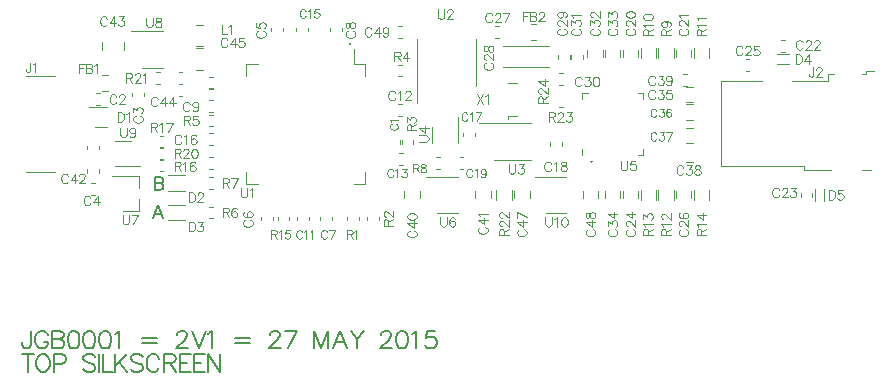
<source format=gto>
%FSAX43Y43*%
%MOMM*%
G71*
G01*
G75*
G04 Layer_Color=65535*
%ADD10R,0.590X0.600*%
%ADD11R,0.630X0.610*%
%ADD12R,0.600X0.590*%
%ADD13R,0.610X0.630*%
%ADD14R,0.590X1.910*%
%ADD15R,0.550X0.300*%
%ADD16R,1.210X0.590*%
%ADD17R,1.280X0.590*%
%ADD18R,1.090X0.400*%
%ADD19R,0.400X1.090*%
%ADD20R,1.520X0.330*%
%ADD21R,0.930X0.790*%
%ADD22R,1.600X0.280*%
%ADD23C,0.750*%
%ADD24R,5.500X5.500*%
%ADD25R,0.280X1.600*%
%ADD26R,3.700X3.700*%
%ADD27O,0.800X0.220*%
%ADD28O,0.220X0.800*%
%ADD29R,1.270X1.020*%
%ADD30R,0.910X0.930*%
%ADD31R,1.140X1.470*%
%ADD32R,1.000X0.970*%
%ADD33C,1.000*%
%ADD34R,0.400X0.350*%
%ADD35R,1.350X0.400*%
%ADD36R,1.600X1.900*%
%ADD37R,1.400X1.600*%
%ADD38R,1.800X1.230*%
%ADD39R,1.160X1.470*%
%ADD40R,0.930X0.920*%
%ADD41R,0.920X0.930*%
%ADD42R,1.470X1.160*%
%ADD43R,0.350X0.400*%
%ADD44C,0.250*%
%ADD45C,0.150*%
%ADD46C,0.300*%
%ADD47C,0.500*%
%ADD48C,0.280*%
%ADD49C,0.400*%
%ADD50C,0.220*%
%ADD51C,0.160*%
%ADD52C,0.200*%
%ADD53C,0.600*%
%ADD54C,0.800*%
%ADD55C,0.590*%
%ADD56C,0.260*%
%ADD57R,1.200X1.600*%
%ADD58R,1.600X1.100*%
%ADD59R,1.200X1.600*%
%ADD60R,1.100X1.600*%
%ADD61C,1.400*%
%ADD62C,2.200*%
G04:AMPARAMS|DCode=63|XSize=0.9mm|YSize=1.6mm|CornerRadius=0.45mm|HoleSize=0mm|Usage=FLASHONLY|Rotation=270.000|XOffset=0mm|YOffset=0mm|HoleType=Round|Shape=RoundedRectangle|*
%AMROUNDEDRECTD63*
21,1,0.900,0.700,0,0,270.0*
21,1,0.000,1.600,0,0,270.0*
1,1,0.900,-0.350,0.000*
1,1,0.900,-0.350,0.000*
1,1,0.900,0.350,0.000*
1,1,0.900,0.350,0.000*
%
%ADD63ROUNDEDRECTD63*%
%ADD64C,0.600*%
%ADD65C,1.000*%
%ADD66C,1.800*%
G04:AMPARAMS|DCode=67|XSize=1.8mm|YSize=1.8mm|CornerRadius=0mm|HoleSize=0mm|Usage=FLASHONLY|Rotation=0.000|XOffset=0mm|YOffset=0mm|HoleType=Round|Shape=Relief|Width=0.2mm|Gap=0.25mm|Entries=4|*
%AMTHD67*
7,0,0,1.800,1.300,0.200,45*
%
%ADD67THD67*%
%ADD68C,1.900*%
G04:AMPARAMS|DCode=69|XSize=2.3mm|YSize=2.3mm|CornerRadius=0mm|HoleSize=0mm|Usage=FLASHONLY|Rotation=0.000|XOffset=0mm|YOffset=0mm|HoleType=Round|Shape=Relief|Width=0.2mm|Gap=0.25mm|Entries=4|*
%AMTHD69*
7,0,0,2.300,1.800,0.200,45*
%
%ADD69THD69*%
%ADD70O,1.800X1.100*%
%ADD71C,3.650*%
%ADD72C,0.850*%
%ADD73C,1.200*%
%ADD74C,0.120*%
G36*
X0228277Y0161907D02*
X0228308Y0161830D01*
X0228277Y0161753D01*
X0228200Y0161722D01*
X0228123Y0161753D01*
X0228092Y0161830D01*
X0228123Y0161907D01*
X0228200Y0161938D01*
X0228277Y0161907D01*
D02*
G37*
G36*
X0207827Y0171877D02*
X0207858Y0171800D01*
X0207827Y0171723D01*
X0207750Y0171692D01*
X0207673Y0171723D01*
X0207642Y0171800D01*
X0207673Y0171877D01*
X0207750Y0171908D01*
X0207827Y0171877D01*
D02*
G37*
D45*
X0180500Y0145500D02*
Y0144000D01*
X0180000Y0145500D02*
X0181000D01*
X0181607D02*
X0181464Y0145428D01*
X0181321Y0145285D01*
X0181250Y0145143D01*
X0181178Y0144928D01*
Y0144571D01*
X0181250Y0144357D01*
X0181321Y0144214D01*
X0181464Y0144071D01*
X0181607Y0144000D01*
X0181892D01*
X0182035Y0144071D01*
X0182178Y0144214D01*
X0182250Y0144357D01*
X0182321Y0144571D01*
Y0144928D01*
X0182250Y0145143D01*
X0182178Y0145285D01*
X0182035Y0145428D01*
X0181892Y0145500D01*
X0181607D01*
X0182671Y0144714D02*
X0183314D01*
X0183528Y0144786D01*
X0183599Y0144857D01*
X0183671Y0145000D01*
Y0145214D01*
X0183599Y0145357D01*
X0183528Y0145428D01*
X0183314Y0145500D01*
X0182671D01*
Y0144000D01*
X0186184Y0145285D02*
X0186042Y0145428D01*
X0185827Y0145500D01*
X0185542D01*
X0185327Y0145428D01*
X0185185Y0145285D01*
Y0145143D01*
X0185256Y0145000D01*
X0185327Y0144928D01*
X0185470Y0144857D01*
X0185899Y0144714D01*
X0186042Y0144643D01*
X0186113Y0144571D01*
X0186184Y0144428D01*
Y0144214D01*
X0186042Y0144071D01*
X0185827Y0144000D01*
X0185542D01*
X0185327Y0144071D01*
X0185185Y0144214D01*
X0186520Y0145500D02*
Y0144000D01*
X0186834Y0145500D02*
Y0144000D01*
X0187691D01*
X0187855Y0145500D02*
Y0144000D01*
X0188855Y0145500D02*
X0187855Y0144500D01*
X0188213Y0144857D02*
X0188855Y0144000D01*
X0190191Y0145285D02*
X0190048Y0145428D01*
X0189834Y0145500D01*
X0189548D01*
X0189334Y0145428D01*
X0189191Y0145285D01*
Y0145143D01*
X0189262Y0145000D01*
X0189334Y0144928D01*
X0189477Y0144857D01*
X0189905Y0144714D01*
X0190048Y0144643D01*
X0190119Y0144571D01*
X0190191Y0144428D01*
Y0144214D01*
X0190048Y0144071D01*
X0189834Y0144000D01*
X0189548D01*
X0189334Y0144071D01*
X0189191Y0144214D01*
X0191598Y0145143D02*
X0191526Y0145285D01*
X0191383Y0145428D01*
X0191240Y0145500D01*
X0190955D01*
X0190812Y0145428D01*
X0190669Y0145285D01*
X0190598Y0145143D01*
X0190526Y0144928D01*
Y0144571D01*
X0190598Y0144357D01*
X0190669Y0144214D01*
X0190812Y0144071D01*
X0190955Y0144000D01*
X0191240D01*
X0191383Y0144071D01*
X0191526Y0144214D01*
X0191598Y0144357D01*
X0192019Y0145500D02*
Y0144000D01*
Y0145500D02*
X0192662D01*
X0192876Y0145428D01*
X0192947Y0145357D01*
X0193019Y0145214D01*
Y0145071D01*
X0192947Y0144928D01*
X0192876Y0144857D01*
X0192662Y0144786D01*
X0192019D01*
X0192519D02*
X0193019Y0144000D01*
X0194283Y0145500D02*
X0193354D01*
Y0144000D01*
X0194283D01*
X0193354Y0144786D02*
X0193926D01*
X0195461Y0145500D02*
X0194533D01*
Y0144000D01*
X0195461D01*
X0194533Y0144786D02*
X0195104D01*
X0195711Y0145500D02*
Y0144000D01*
Y0145500D02*
X0196711Y0144000D01*
Y0145500D02*
Y0144000D01*
X0191200Y0160500D02*
Y0159400D01*
Y0160500D02*
X0191671D01*
X0191828Y0160447D01*
X0191881Y0160395D01*
X0191933Y0160290D01*
Y0160186D01*
X0191881Y0160081D01*
X0191828Y0160028D01*
X0191671Y0159976D01*
X0191200D02*
X0191671D01*
X0191828Y0159924D01*
X0191881Y0159871D01*
X0191933Y0159767D01*
Y0159609D01*
X0191881Y0159505D01*
X0191828Y0159452D01*
X0191671Y0159400D01*
X0191200D01*
X0191938Y0157000D02*
X0191519Y0158100D01*
X0191100Y0157000D01*
X0191257Y0157367D02*
X0191781D01*
X0180714Y0147500D02*
Y0146357D01*
X0180643Y0146143D01*
X0180571Y0146071D01*
X0180428Y0146000D01*
X0180286D01*
X0180143Y0146071D01*
X0180071Y0146143D01*
X0180000Y0146357D01*
Y0146500D01*
X0182171Y0147143D02*
X0182100Y0147285D01*
X0181957Y0147428D01*
X0181814Y0147500D01*
X0181528D01*
X0181385Y0147428D01*
X0181243Y0147285D01*
X0181171Y0147143D01*
X0181100Y0146928D01*
Y0146571D01*
X0181171Y0146357D01*
X0181243Y0146214D01*
X0181385Y0146071D01*
X0181528Y0146000D01*
X0181814D01*
X0181957Y0146071D01*
X0182100Y0146214D01*
X0182171Y0146357D01*
Y0146571D01*
X0181814D02*
X0182171D01*
X0182514Y0147500D02*
Y0146000D01*
Y0147500D02*
X0183156D01*
X0183371Y0147428D01*
X0183442Y0147357D01*
X0183514Y0147214D01*
Y0147071D01*
X0183442Y0146928D01*
X0183371Y0146857D01*
X0183156Y0146786D01*
X0182514D02*
X0183156D01*
X0183371Y0146714D01*
X0183442Y0146643D01*
X0183514Y0146500D01*
Y0146286D01*
X0183442Y0146143D01*
X0183371Y0146071D01*
X0183156Y0146000D01*
X0182514D01*
X0184278Y0147500D02*
X0184063Y0147428D01*
X0183921Y0147214D01*
X0183849Y0146857D01*
Y0146643D01*
X0183921Y0146286D01*
X0184063Y0146071D01*
X0184278Y0146000D01*
X0184420D01*
X0184635Y0146071D01*
X0184778Y0146286D01*
X0184849Y0146643D01*
Y0146857D01*
X0184778Y0147214D01*
X0184635Y0147428D01*
X0184420Y0147500D01*
X0184278D01*
X0185613D02*
X0185399Y0147428D01*
X0185256Y0147214D01*
X0185185Y0146857D01*
Y0146643D01*
X0185256Y0146286D01*
X0185399Y0146071D01*
X0185613Y0146000D01*
X0185756D01*
X0185970Y0146071D01*
X0186113Y0146286D01*
X0186184Y0146643D01*
Y0146857D01*
X0186113Y0147214D01*
X0185970Y0147428D01*
X0185756Y0147500D01*
X0185613D01*
X0186949D02*
X0186734Y0147428D01*
X0186591Y0147214D01*
X0186520Y0146857D01*
Y0146643D01*
X0186591Y0146286D01*
X0186734Y0146071D01*
X0186949Y0146000D01*
X0187091D01*
X0187306Y0146071D01*
X0187448Y0146286D01*
X0187520Y0146643D01*
Y0146857D01*
X0187448Y0147214D01*
X0187306Y0147428D01*
X0187091Y0147500D01*
X0186949D01*
X0187855Y0147214D02*
X0187998Y0147285D01*
X0188213Y0147500D01*
Y0146000D01*
X0190134Y0146857D02*
X0191419D01*
X0190134Y0146428D02*
X0191419D01*
X0193111Y0147143D02*
Y0147214D01*
X0193183Y0147357D01*
X0193254Y0147428D01*
X0193397Y0147500D01*
X0193683D01*
X0193826Y0147428D01*
X0193897Y0147357D01*
X0193968Y0147214D01*
Y0147071D01*
X0193897Y0146928D01*
X0193754Y0146714D01*
X0193040Y0146000D01*
X0194040D01*
X0194375Y0147500D02*
X0194947Y0146000D01*
X0195518Y0147500D02*
X0194947Y0146000D01*
X0195711Y0147214D02*
X0195854Y0147285D01*
X0196068Y0147500D01*
Y0146000D01*
X0197989Y0146857D02*
X0199274D01*
X0197989Y0146428D02*
X0199274D01*
X0200967Y0147143D02*
Y0147214D01*
X0201038Y0147357D01*
X0201110Y0147428D01*
X0201253Y0147500D01*
X0201538D01*
X0201681Y0147428D01*
X0201752Y0147357D01*
X0201824Y0147214D01*
Y0147071D01*
X0201752Y0146928D01*
X0201610Y0146714D01*
X0200896Y0146000D01*
X0201895D01*
X0203231Y0147500D02*
X0202517Y0146000D01*
X0202231Y0147500D02*
X0203231D01*
X0204745D02*
Y0146000D01*
Y0147500D02*
X0205316Y0146000D01*
X0205887Y0147500D02*
X0205316Y0146000D01*
X0205887Y0147500D02*
Y0146000D01*
X0207458D02*
X0206887Y0147500D01*
X0206316Y0146000D01*
X0206530Y0146500D02*
X0207244D01*
X0207808Y0147500D02*
X0208380Y0146786D01*
Y0146000D01*
X0208951Y0147500D02*
X0208380Y0146786D01*
X0210393Y0147143D02*
Y0147214D01*
X0210465Y0147357D01*
X0210536Y0147428D01*
X0210679Y0147500D01*
X0210965D01*
X0211108Y0147428D01*
X0211179Y0147357D01*
X0211250Y0147214D01*
Y0147071D01*
X0211179Y0146928D01*
X0211036Y0146714D01*
X0210322Y0146000D01*
X0211322D01*
X0212086Y0147500D02*
X0211872Y0147428D01*
X0211729Y0147214D01*
X0211658Y0146857D01*
Y0146643D01*
X0211729Y0146286D01*
X0211872Y0146071D01*
X0212086Y0146000D01*
X0212229D01*
X0212443Y0146071D01*
X0212586Y0146286D01*
X0212657Y0146643D01*
Y0146857D01*
X0212586Y0147214D01*
X0212443Y0147428D01*
X0212229Y0147500D01*
X0212086D01*
X0212993Y0147214D02*
X0213136Y0147285D01*
X0213350Y0147500D01*
Y0146000D01*
X0214950Y0147500D02*
X0214236D01*
X0214164Y0146857D01*
X0214236Y0146928D01*
X0214450Y0147000D01*
X0214664D01*
X0214878Y0146928D01*
X0215021Y0146786D01*
X0215092Y0146571D01*
Y0146428D01*
X0215021Y0146214D01*
X0214878Y0146071D01*
X0214664Y0146000D01*
X0214450D01*
X0214236Y0146071D01*
X0214164Y0146143D01*
X0214093Y0146286D01*
D74*
X0211840Y0169980D02*
X0212160D01*
X0211840Y0169020D02*
X0212160D01*
X0206200Y0156840D02*
Y0157160D01*
X0205200Y0156840D02*
Y0157160D01*
X0207520Y0156840D02*
Y0157160D01*
X0208480Y0156840D02*
Y0157160D01*
X0210180Y0156840D02*
Y0157160D01*
X0209220Y0156840D02*
Y0157160D01*
X0211840Y0173300D02*
X0212160D01*
X0211840Y0172300D02*
X0212160D01*
X0213400Y0166800D02*
Y0172200D01*
X0218400Y0168200D02*
Y0172200D01*
X0186185Y0164725D02*
X0187215D01*
X0185695Y0166425D02*
X0187215D01*
X0223400Y0160550D02*
X0226080D01*
X0224320Y0157450D02*
X0226080D01*
X0187605Y0160600D02*
X0189900D01*
Y0159575D02*
Y0160600D01*
X0188500Y0157600D02*
X0189900D01*
Y0158625D01*
X0187820Y0161400D02*
X0189950D01*
X0187820Y0163600D02*
X0189180D01*
X0216900Y0163420D02*
Y0165550D01*
X0214700Y0163420D02*
Y0164780D01*
X0219950Y0161950D02*
X0223050D01*
X0218695Y0165050D02*
X0223050D01*
X0220150Y0158570D02*
Y0159430D01*
X0221450Y0158570D02*
Y0159430D01*
X0209050Y0159950D02*
Y0160930D01*
X0208070Y0159950D02*
X0209050D01*
X0198950D02*
Y0160930D01*
Y0159950D02*
X0199930D01*
X0198950Y0169070D02*
Y0170050D01*
X0199930D01*
X0209050Y0169070D02*
Y0170050D01*
X0208070D02*
X0209050D01*
X0208070D02*
Y0171360D01*
X0227415Y0162415D02*
Y0162905D01*
X0232585Y0162415D02*
Y0162905D01*
X0232095Y0162415D02*
X0232585D01*
Y0167095D02*
Y0167585D01*
X0232095D02*
X0232585D01*
X0227415Y0167095D02*
Y0167585D01*
X0227905D01*
X0221145Y0165450D02*
Y0165690D01*
X0221855D01*
X0221145Y0168510D02*
X0221855D01*
X0192350Y0156850D02*
X0193810D01*
X0192350Y0158150D02*
X0193810D01*
X0194680Y0173420D02*
X0195320D01*
X0194680Y0171580D02*
X0195320D01*
X0223060Y0172130D02*
X0223540D01*
X0223060Y0173470D02*
X0223540D01*
X0247100Y0158500D02*
Y0159500D01*
X0247900Y0158500D02*
Y0159500D01*
X0251100Y0161100D02*
X0251900D01*
X0246200D02*
X0248500D01*
X0246200D02*
Y0161400D01*
X0239600D02*
X0246200D01*
X0239200D02*
X0239600D01*
X0239200D02*
Y0168000D01*
Y0168600D01*
X0242600D01*
X0245200D02*
X0248200D01*
Y0169200D01*
X0248700D01*
X0251100D02*
X0251400D01*
Y0169500D01*
X0252100D01*
X0180300Y0160900D02*
X0182800D01*
X0180300Y0169100D02*
X0182800D01*
X0220700Y0169800D02*
X0224560D01*
X0220700Y0171600D02*
X0224560D01*
X0194700Y0171420D02*
X0195300D01*
X0194700Y0169580D02*
X0195300D01*
X0212350Y0158700D02*
Y0159300D01*
X0213650Y0158700D02*
Y0159300D01*
X0195840Y0164200D02*
X0196160D01*
X0195840Y0163200D02*
X0196160D01*
X0230650Y0158700D02*
Y0159300D01*
X0229350Y0158700D02*
Y0159300D01*
X0220040Y0173300D02*
X0220360D01*
X0220040Y0172300D02*
X0220360D01*
X0185500Y0160840D02*
Y0161160D01*
X0186500Y0160840D02*
Y0161160D01*
X0191640Y0162980D02*
X0191960D01*
X0191640Y0162020D02*
X0191960D01*
X0191640Y0163020D02*
X0191960D01*
X0191640Y0163980D02*
X0191960D01*
X0191340Y0168420D02*
X0191660D01*
X0191340Y0169380D02*
X0191660D01*
X0193240Y0168420D02*
X0193560D01*
X0193240Y0169380D02*
X0193560D01*
X0193240Y0168400D02*
X0193560D01*
X0193240Y0167400D02*
X0193560D01*
X0236200Y0168150D02*
X0236800D01*
X0236200Y0166850D02*
X0236800D01*
X0226500Y0170540D02*
Y0170860D01*
X0227500Y0170540D02*
Y0170860D01*
X0224700Y0163140D02*
Y0163460D01*
X0225700Y0163140D02*
Y0163460D01*
X0238150Y0170570D02*
Y0171430D01*
X0236850Y0170570D02*
Y0171430D01*
X0195840Y0159520D02*
X0196160D01*
X0195840Y0160480D02*
X0196160D01*
X0195840Y0157020D02*
X0196160D01*
X0195840Y0157980D02*
X0196160D01*
X0217040Y0162200D02*
X0217360D01*
X0217040Y0161200D02*
X0217360D01*
X0235350Y0170700D02*
Y0171300D01*
X0236650Y0170700D02*
Y0171300D01*
X0230850Y0170700D02*
Y0171300D01*
X0232150Y0170700D02*
Y0171300D01*
X0232150Y0158700D02*
Y0159300D01*
X0230850Y0158700D02*
Y0159300D01*
X0218300Y0163940D02*
Y0164260D01*
X0217300Y0163940D02*
Y0164260D01*
X0195840Y0162200D02*
X0196160D01*
X0195840Y0161200D02*
X0196160D01*
X0202100Y0172840D02*
Y0173160D01*
X0201100Y0172840D02*
Y0173160D01*
X0201200Y0156840D02*
Y0157160D01*
X0200200Y0156840D02*
Y0157160D01*
X0207100Y0172840D02*
Y0173160D01*
X0206100Y0172840D02*
Y0173160D01*
X0195840Y0168000D02*
X0196160D01*
X0195840Y0167000D02*
X0196160D01*
X0203300Y0156840D02*
Y0157160D01*
X0204300Y0156840D02*
Y0157160D01*
X0211840Y0166700D02*
X0212160D01*
X0211840Y0165700D02*
X0212160D01*
X0211940Y0162500D02*
X0212260D01*
X0211940Y0161500D02*
X0212260D01*
X0185840Y0160000D02*
X0186160D01*
X0185840Y0159000D02*
X0186160D01*
X0212000Y0163340D02*
Y0163660D01*
X0186240Y0166600D02*
X0186560D01*
X0186240Y0167600D02*
X0186560D01*
X0195840Y0166000D02*
X0196160D01*
X0204200Y0172840D02*
Y0173160D01*
X0203200Y0172840D02*
Y0173160D01*
X0236200Y0166650D02*
X0236800D01*
X0236200Y0165350D02*
X0236800D01*
X0236200Y0164650D02*
X0236800D01*
X0236200Y0163350D02*
X0236800D01*
X0236650Y0158700D02*
Y0159300D01*
X0235350Y0158700D02*
Y0159300D01*
X0236200Y0161750D02*
X0236800D01*
X0227450Y0158700D02*
Y0159300D01*
X0228750Y0158700D02*
Y0159300D01*
X0244240Y0171100D02*
X0244560D01*
X0244240Y0172100D02*
X0244560D01*
X0245900Y0158840D02*
Y0159160D01*
X0246900Y0158840D02*
Y0159160D01*
X0218350Y0158700D02*
Y0159300D01*
X0219650Y0158700D02*
Y0159300D01*
X0227850Y0170700D02*
Y0171300D01*
X0229150Y0170700D02*
Y0171300D01*
X0229350Y0170700D02*
Y0171300D01*
X0230650Y0170700D02*
Y0171300D01*
X0235940Y0169200D02*
X0236260D01*
X0235940Y0168200D02*
X0236260D01*
X0221650Y0158700D02*
Y0159300D01*
X0222950Y0158700D02*
Y0159300D01*
X0190300Y0167340D02*
Y0167660D01*
X0189300Y0167340D02*
Y0167660D01*
X0186780Y0171300D02*
Y0171900D01*
X0188620Y0171300D02*
Y0171900D01*
X0186500Y0162840D02*
Y0163160D01*
X0185500Y0162840D02*
Y0163160D01*
X0186760Y0169170D02*
X0187240D01*
X0186760Y0167830D02*
X0187240D01*
X0233650Y0170570D02*
Y0171430D01*
X0232350Y0170570D02*
Y0171430D01*
X0215040Y0162180D02*
X0215360D01*
X0215040Y0161220D02*
X0215360D01*
X0195840Y0164820D02*
X0196160D01*
X0195840Y0165780D02*
X0196160D01*
X0233850Y0170570D02*
Y0171430D01*
X0235150Y0170570D02*
Y0171430D01*
X0235150Y0158570D02*
Y0159430D01*
X0233850Y0158570D02*
Y0159430D01*
X0236850Y0158570D02*
Y0159430D01*
X0238150Y0158570D02*
Y0159430D01*
X0202580Y0156840D02*
Y0157160D01*
X0201620Y0156840D02*
Y0157160D01*
X0213080Y0163340D02*
Y0163660D01*
X0212120Y0163340D02*
Y0163660D01*
X0233650Y0158570D02*
Y0159430D01*
X0232350Y0158570D02*
Y0159430D01*
X0195840Y0168020D02*
X0196160D01*
X0195840Y0168980D02*
X0196160D01*
X0191640Y0161020D02*
X0191960D01*
X0191640Y0161980D02*
X0191960D01*
X0189200Y0172850D02*
X0191880D01*
X0190120Y0169750D02*
X0191880D01*
X0215120Y0157450D02*
X0216880D01*
X0214200Y0160550D02*
X0216880D01*
X0241240Y0170500D02*
X0241560D01*
X0241240Y0169500D02*
X0241560D01*
X0192350Y0159350D02*
X0193810D01*
X0192350Y0160650D02*
X0193810D01*
X0225400Y0170540D02*
Y0170860D01*
X0226400Y0170540D02*
Y0170860D01*
X0243900Y0170100D02*
X0244900D01*
X0243900Y0170900D02*
X0244900D01*
X0225440Y0168300D02*
X0225760D01*
X0225440Y0169300D02*
X0225760D01*
X0225440Y0168280D02*
X0225760D01*
X0225440Y0166420D02*
X0225760D01*
X0223700Y0166800D02*
X0224500D01*
X0223700D02*
Y0167143D01*
X0223738Y0167257D01*
X0223776Y0167295D01*
X0223853Y0167333D01*
X0223929D01*
X0224005Y0167295D01*
X0224043Y0167257D01*
X0224081Y0167143D01*
Y0166800D01*
Y0167067D02*
X0224500Y0167333D01*
X0223891Y0167550D02*
X0223853D01*
X0223776Y0167588D01*
X0223738Y0167626D01*
X0223700Y0167703D01*
Y0167855D01*
X0223738Y0167931D01*
X0223776Y0167969D01*
X0223853Y0168007D01*
X0223929D01*
X0224005Y0167969D01*
X0224119Y0167893D01*
X0224500Y0167512D01*
Y0168045D01*
X0223700Y0168605D02*
X0224233Y0168224D01*
Y0168796D01*
X0223700Y0168605D02*
X0224500D01*
X0224600Y0166000D02*
Y0165200D01*
Y0166000D02*
X0224943D01*
X0225057Y0165962D01*
X0225095Y0165924D01*
X0225133Y0165847D01*
Y0165771D01*
X0225095Y0165695D01*
X0225057Y0165657D01*
X0224943Y0165619D01*
X0224600D01*
X0224867D02*
X0225133Y0165200D01*
X0225350Y0165809D02*
Y0165847D01*
X0225388Y0165924D01*
X0225426Y0165962D01*
X0225503Y0166000D01*
X0225655D01*
X0225731Y0165962D01*
X0225769Y0165924D01*
X0225807Y0165847D01*
Y0165771D01*
X0225769Y0165695D01*
X0225693Y0165581D01*
X0225312Y0165200D01*
X0225845D01*
X0226101Y0166000D02*
X0226520D01*
X0226291Y0165695D01*
X0226405D01*
X0226482Y0165657D01*
X0226520Y0165619D01*
X0226558Y0165505D01*
Y0165429D01*
X0226520Y0165314D01*
X0226443Y0165238D01*
X0226329Y0165200D01*
X0226215D01*
X0226101Y0165238D01*
X0226063Y0165276D01*
X0226024Y0165352D01*
X0209571Y0173009D02*
X0209533Y0173086D01*
X0209457Y0173162D01*
X0209381Y0173200D01*
X0209229D01*
X0209152Y0173162D01*
X0209076Y0173086D01*
X0209038Y0173009D01*
X0209000Y0172895D01*
Y0172705D01*
X0209038Y0172590D01*
X0209076Y0172514D01*
X0209152Y0172438D01*
X0209229Y0172400D01*
X0209381D01*
X0209457Y0172438D01*
X0209533Y0172514D01*
X0209571Y0172590D01*
X0210177Y0173200D02*
X0209796Y0172667D01*
X0210367D01*
X0210177Y0173200D02*
Y0172400D01*
X0211003Y0172933D02*
X0210965Y0172819D01*
X0210889Y0172743D01*
X0210775Y0172705D01*
X0210737D01*
X0210623Y0172743D01*
X0210546Y0172819D01*
X0210508Y0172933D01*
Y0172971D01*
X0210546Y0173086D01*
X0210623Y0173162D01*
X0210737Y0173200D01*
X0210775D01*
X0210889Y0173162D01*
X0210965Y0173086D01*
X0211003Y0172933D01*
Y0172743D01*
X0210965Y0172552D01*
X0210889Y0172438D01*
X0210775Y0172400D01*
X0210699D01*
X0210584Y0172438D01*
X0210546Y0172514D01*
X0193471Y0163909D02*
X0193433Y0163986D01*
X0193357Y0164062D01*
X0193281Y0164100D01*
X0193129D01*
X0193052Y0164062D01*
X0192976Y0163986D01*
X0192938Y0163909D01*
X0192900Y0163795D01*
Y0163605D01*
X0192938Y0163490D01*
X0192976Y0163414D01*
X0193052Y0163338D01*
X0193129Y0163300D01*
X0193281D01*
X0193357Y0163338D01*
X0193433Y0163414D01*
X0193471Y0163490D01*
X0193696Y0163947D02*
X0193772Y0163986D01*
X0193886Y0164100D01*
Y0163300D01*
X0194740Y0163986D02*
X0194702Y0164062D01*
X0194587Y0164100D01*
X0194511D01*
X0194397Y0164062D01*
X0194321Y0163947D01*
X0194283Y0163757D01*
Y0163567D01*
X0194321Y0163414D01*
X0194397Y0163338D01*
X0194511Y0163300D01*
X0194549D01*
X0194663Y0163338D01*
X0194740Y0163414D01*
X0194778Y0163529D01*
Y0163567D01*
X0194740Y0163681D01*
X0194663Y0163757D01*
X0194549Y0163795D01*
X0194511D01*
X0194397Y0163757D01*
X0194321Y0163681D01*
X0194283Y0163567D01*
X0220400Y0155600D02*
X0221200D01*
X0220400D02*
Y0155943D01*
X0220438Y0156057D01*
X0220476Y0156095D01*
X0220553Y0156133D01*
X0220629D01*
X0220705Y0156095D01*
X0220743Y0156057D01*
X0220781Y0155943D01*
Y0155600D01*
Y0155867D02*
X0221200Y0156133D01*
X0220591Y0156350D02*
X0220553D01*
X0220476Y0156388D01*
X0220438Y0156426D01*
X0220400Y0156503D01*
Y0156655D01*
X0220438Y0156731D01*
X0220476Y0156769D01*
X0220553Y0156807D01*
X0220629D01*
X0220705Y0156769D01*
X0220819Y0156693D01*
X0221200Y0156312D01*
Y0156845D01*
X0220591Y0157063D02*
X0220553D01*
X0220476Y0157101D01*
X0220438Y0157139D01*
X0220400Y0157215D01*
Y0157367D01*
X0220438Y0157443D01*
X0220476Y0157482D01*
X0220553Y0157520D01*
X0220629D01*
X0220705Y0157482D01*
X0220819Y0157405D01*
X0221200Y0157024D01*
Y0157558D01*
X0248300Y0159400D02*
Y0158600D01*
Y0159400D02*
X0248567D01*
X0248681Y0159362D01*
X0248757Y0159286D01*
X0248795Y0159209D01*
X0248833Y0159095D01*
Y0158905D01*
X0248795Y0158790D01*
X0248757Y0158714D01*
X0248681Y0158638D01*
X0248567Y0158600D01*
X0248300D01*
X0249469Y0159400D02*
X0249088D01*
X0249050Y0159057D01*
X0249088Y0159095D01*
X0249203Y0159133D01*
X0249317D01*
X0249431Y0159095D01*
X0249507Y0159019D01*
X0249545Y0158905D01*
Y0158829D01*
X0249507Y0158714D01*
X0249431Y0158638D01*
X0249317Y0158600D01*
X0249203D01*
X0249088Y0158638D01*
X0249050Y0158676D01*
X0249012Y0158752D01*
X0245500Y0170900D02*
Y0170100D01*
Y0170900D02*
X0245767D01*
X0245881Y0170862D01*
X0245957Y0170786D01*
X0245995Y0170709D01*
X0246033Y0170595D01*
Y0170405D01*
X0245995Y0170290D01*
X0245957Y0170214D01*
X0245881Y0170138D01*
X0245767Y0170100D01*
X0245500D01*
X0246593Y0170900D02*
X0246212Y0170367D01*
X0246784D01*
X0246593Y0170900D02*
Y0170100D01*
X0225491Y0173071D02*
X0225414Y0173033D01*
X0225338Y0172957D01*
X0225300Y0172881D01*
Y0172729D01*
X0225338Y0172652D01*
X0225414Y0172576D01*
X0225491Y0172538D01*
X0225605Y0172500D01*
X0225795D01*
X0225910Y0172538D01*
X0225986Y0172576D01*
X0226062Y0172652D01*
X0226100Y0172729D01*
Y0172881D01*
X0226062Y0172957D01*
X0225986Y0173033D01*
X0225910Y0173071D01*
X0225491Y0173334D02*
X0225453D01*
X0225376Y0173372D01*
X0225338Y0173410D01*
X0225300Y0173486D01*
Y0173639D01*
X0225338Y0173715D01*
X0225376Y0173753D01*
X0225453Y0173791D01*
X0225529D01*
X0225605Y0173753D01*
X0225719Y0173677D01*
X0226100Y0173296D01*
Y0173829D01*
X0225567Y0174503D02*
X0225681Y0174465D01*
X0225757Y0174389D01*
X0225795Y0174275D01*
Y0174237D01*
X0225757Y0174123D01*
X0225681Y0174046D01*
X0225567Y0174008D01*
X0225529D01*
X0225414Y0174046D01*
X0225338Y0174123D01*
X0225300Y0174237D01*
Y0174275D01*
X0225338Y0174389D01*
X0225414Y0174465D01*
X0225567Y0174503D01*
X0225757D01*
X0225948Y0174465D01*
X0226062Y0174389D01*
X0226100Y0174275D01*
Y0174199D01*
X0226062Y0174084D01*
X0225986Y0174046D01*
X0219291Y0170171D02*
X0219214Y0170133D01*
X0219138Y0170057D01*
X0219100Y0169981D01*
Y0169829D01*
X0219138Y0169752D01*
X0219214Y0169676D01*
X0219291Y0169638D01*
X0219405Y0169600D01*
X0219595D01*
X0219710Y0169638D01*
X0219786Y0169676D01*
X0219862Y0169752D01*
X0219900Y0169829D01*
Y0169981D01*
X0219862Y0170057D01*
X0219786Y0170133D01*
X0219710Y0170171D01*
X0219291Y0170434D02*
X0219253D01*
X0219176Y0170472D01*
X0219138Y0170510D01*
X0219100Y0170586D01*
Y0170739D01*
X0219138Y0170815D01*
X0219176Y0170853D01*
X0219253Y0170891D01*
X0219329D01*
X0219405Y0170853D01*
X0219519Y0170777D01*
X0219900Y0170396D01*
Y0170929D01*
X0219100Y0171299D02*
X0219138Y0171184D01*
X0219214Y0171146D01*
X0219291D01*
X0219367Y0171184D01*
X0219405Y0171261D01*
X0219443Y0171413D01*
X0219481Y0171527D01*
X0219557Y0171603D01*
X0219633Y0171641D01*
X0219748D01*
X0219824Y0171603D01*
X0219862Y0171565D01*
X0219900Y0171451D01*
Y0171299D01*
X0219862Y0171184D01*
X0219824Y0171146D01*
X0219748Y0171108D01*
X0219633D01*
X0219557Y0171146D01*
X0219481Y0171223D01*
X0219443Y0171337D01*
X0219405Y0171489D01*
X0219367Y0171565D01*
X0219291Y0171603D01*
X0219214D01*
X0219138Y0171565D01*
X0219100Y0171451D01*
Y0171299D01*
X0180681Y0170200D02*
Y0169590D01*
X0180643Y0169476D01*
X0180605Y0169438D01*
X0180529Y0169400D01*
X0180452D01*
X0180376Y0169438D01*
X0180338Y0169476D01*
X0180300Y0169590D01*
Y0169667D01*
X0180887Y0170047D02*
X0180963Y0170086D01*
X0181077Y0170200D01*
Y0169400D01*
X0227371Y0168809D02*
X0227333Y0168886D01*
X0227257Y0168962D01*
X0227181Y0169000D01*
X0227029D01*
X0226952Y0168962D01*
X0226876Y0168886D01*
X0226838Y0168809D01*
X0226800Y0168695D01*
Y0168505D01*
X0226838Y0168390D01*
X0226876Y0168314D01*
X0226952Y0168238D01*
X0227029Y0168200D01*
X0227181D01*
X0227257Y0168238D01*
X0227333Y0168314D01*
X0227371Y0168390D01*
X0227672Y0169000D02*
X0228091D01*
X0227863Y0168695D01*
X0227977D01*
X0228053Y0168657D01*
X0228091Y0168619D01*
X0228129Y0168505D01*
Y0168429D01*
X0228091Y0168314D01*
X0228015Y0168238D01*
X0227901Y0168200D01*
X0227786D01*
X0227672Y0168238D01*
X0227634Y0168276D01*
X0227596Y0168352D01*
X0228537Y0169000D02*
X0228423Y0168962D01*
X0228346Y0168847D01*
X0228308Y0168657D01*
Y0168543D01*
X0228346Y0168352D01*
X0228423Y0168238D01*
X0228537Y0168200D01*
X0228613D01*
X0228727Y0168238D01*
X0228803Y0168352D01*
X0228841Y0168543D01*
Y0168657D01*
X0228803Y0168847D01*
X0228727Y0168962D01*
X0228613Y0169000D01*
X0228537D01*
X0194100Y0156700D02*
Y0155900D01*
Y0156700D02*
X0194367D01*
X0194481Y0156662D01*
X0194557Y0156586D01*
X0194595Y0156509D01*
X0194633Y0156395D01*
Y0156205D01*
X0194595Y0156090D01*
X0194557Y0156014D01*
X0194481Y0155938D01*
X0194367Y0155900D01*
X0194100D01*
X0194888Y0156700D02*
X0195307D01*
X0195079Y0156395D01*
X0195193D01*
X0195269Y0156357D01*
X0195307Y0156319D01*
X0195345Y0156205D01*
Y0156129D01*
X0195307Y0156014D01*
X0195231Y0155938D01*
X0195117Y0155900D01*
X0195003D01*
X0194888Y0155938D01*
X0194850Y0155976D01*
X0194812Y0156052D01*
X0194100Y0159200D02*
Y0158400D01*
Y0159200D02*
X0194367D01*
X0194481Y0159162D01*
X0194557Y0159086D01*
X0194595Y0159009D01*
X0194633Y0158895D01*
Y0158705D01*
X0194595Y0158590D01*
X0194557Y0158514D01*
X0194481Y0158438D01*
X0194367Y0158400D01*
X0194100D01*
X0194850Y0159009D02*
Y0159047D01*
X0194888Y0159124D01*
X0194926Y0159162D01*
X0195003Y0159200D01*
X0195155D01*
X0195231Y0159162D01*
X0195269Y0159124D01*
X0195307Y0159047D01*
Y0158971D01*
X0195269Y0158895D01*
X0195193Y0158781D01*
X0194812Y0158400D01*
X0195345D01*
X0210600Y0156400D02*
X0211400D01*
X0210600D02*
Y0156743D01*
X0210638Y0156857D01*
X0210676Y0156895D01*
X0210753Y0156933D01*
X0210829D01*
X0210905Y0156895D01*
X0210943Y0156857D01*
X0210981Y0156743D01*
Y0156400D01*
Y0156667D02*
X0211400Y0156933D01*
X0210791Y0157150D02*
X0210753D01*
X0210676Y0157188D01*
X0210638Y0157226D01*
X0210600Y0157303D01*
Y0157455D01*
X0210638Y0157531D01*
X0210676Y0157569D01*
X0210753Y0157607D01*
X0210829D01*
X0210905Y0157569D01*
X0211019Y0157493D01*
X0211400Y0157112D01*
Y0157645D01*
X0224300Y0157100D02*
Y0156529D01*
X0224338Y0156414D01*
X0224414Y0156338D01*
X0224529Y0156300D01*
X0224605D01*
X0224719Y0156338D01*
X0224795Y0156414D01*
X0224833Y0156529D01*
Y0157100D01*
X0225054Y0156947D02*
X0225130Y0156986D01*
X0225245Y0157100D01*
Y0156300D01*
X0225869Y0157100D02*
X0225755Y0157062D01*
X0225679Y0156947D01*
X0225641Y0156757D01*
Y0156643D01*
X0225679Y0156452D01*
X0225755Y0156338D01*
X0225869Y0156300D01*
X0225945D01*
X0226060Y0156338D01*
X0226136Y0156452D01*
X0226174Y0156643D01*
Y0156757D01*
X0226136Y0156947D01*
X0226060Y0157062D01*
X0225945Y0157100D01*
X0225869D01*
X0218500Y0167500D02*
X0219033Y0166700D01*
Y0167500D02*
X0218500Y0166700D01*
X0219212Y0167347D02*
X0219288Y0167386D01*
X0219403Y0167500D01*
Y0166700D01*
X0240971Y0171409D02*
X0240933Y0171486D01*
X0240857Y0171562D01*
X0240781Y0171600D01*
X0240629D01*
X0240552Y0171562D01*
X0240476Y0171486D01*
X0240438Y0171409D01*
X0240400Y0171295D01*
Y0171105D01*
X0240438Y0170990D01*
X0240476Y0170914D01*
X0240552Y0170838D01*
X0240629Y0170800D01*
X0240781D01*
X0240857Y0170838D01*
X0240933Y0170914D01*
X0240971Y0170990D01*
X0241234Y0171409D02*
Y0171447D01*
X0241272Y0171524D01*
X0241310Y0171562D01*
X0241386Y0171600D01*
X0241539D01*
X0241615Y0171562D01*
X0241653Y0171524D01*
X0241691Y0171447D01*
Y0171371D01*
X0241653Y0171295D01*
X0241577Y0171181D01*
X0241196Y0170800D01*
X0241729D01*
X0242365Y0171600D02*
X0241984D01*
X0241946Y0171257D01*
X0241984Y0171295D01*
X0242099Y0171333D01*
X0242213D01*
X0242327Y0171295D01*
X0242403Y0171219D01*
X0242441Y0171105D01*
Y0171029D01*
X0242403Y0170914D01*
X0242327Y0170838D01*
X0242213Y0170800D01*
X0242099D01*
X0241984Y0170838D01*
X0241946Y0170876D01*
X0241908Y0170952D01*
X0188500Y0157300D02*
Y0156729D01*
X0188538Y0156614D01*
X0188614Y0156538D01*
X0188729Y0156500D01*
X0188805D01*
X0188919Y0156538D01*
X0188995Y0156614D01*
X0189033Y0156729D01*
Y0157300D01*
X0189787D02*
X0189406Y0156500D01*
X0189254Y0157300D02*
X0189787D01*
X0215400Y0157100D02*
Y0156529D01*
X0215438Y0156414D01*
X0215514Y0156338D01*
X0215629Y0156300D01*
X0215705D01*
X0215819Y0156338D01*
X0215895Y0156414D01*
X0215933Y0156529D01*
Y0157100D01*
X0216611Y0156986D02*
X0216573Y0157062D01*
X0216459Y0157100D01*
X0216383D01*
X0216268Y0157062D01*
X0216192Y0156947D01*
X0216154Y0156757D01*
Y0156567D01*
X0216192Y0156414D01*
X0216268Y0156338D01*
X0216383Y0156300D01*
X0216421D01*
X0216535Y0156338D01*
X0216611Y0156414D01*
X0216649Y0156529D01*
Y0156567D01*
X0216611Y0156681D01*
X0216535Y0156757D01*
X0216421Y0156795D01*
X0216383D01*
X0216268Y0156757D01*
X0216192Y0156681D01*
X0216154Y0156567D01*
X0190500Y0174000D02*
Y0173429D01*
X0190538Y0173314D01*
X0190614Y0173238D01*
X0190729Y0173200D01*
X0190805D01*
X0190919Y0173238D01*
X0190995Y0173314D01*
X0191033Y0173429D01*
Y0174000D01*
X0191445D02*
X0191330Y0173962D01*
X0191292Y0173886D01*
Y0173809D01*
X0191330Y0173733D01*
X0191406Y0173695D01*
X0191559Y0173657D01*
X0191673Y0173619D01*
X0191749Y0173543D01*
X0191787Y0173467D01*
Y0173352D01*
X0191749Y0173276D01*
X0191711Y0173238D01*
X0191597Y0173200D01*
X0191445D01*
X0191330Y0173238D01*
X0191292Y0173276D01*
X0191254Y0173352D01*
Y0173467D01*
X0191292Y0173543D01*
X0191368Y0173619D01*
X0191483Y0173657D01*
X0191635Y0173695D01*
X0191711Y0173733D01*
X0191749Y0173809D01*
Y0173886D01*
X0191711Y0173962D01*
X0191597Y0174000D01*
X0191445D01*
X0221200Y0161600D02*
Y0161029D01*
X0221238Y0160914D01*
X0221314Y0160838D01*
X0221429Y0160800D01*
X0221505D01*
X0221619Y0160838D01*
X0221695Y0160914D01*
X0221733Y0161029D01*
Y0161600D01*
X0222030D02*
X0222449D01*
X0222221Y0161295D01*
X0222335D01*
X0222411Y0161257D01*
X0222449Y0161219D01*
X0222487Y0161105D01*
Y0161029D01*
X0222449Y0160914D01*
X0222373Y0160838D01*
X0222259Y0160800D01*
X0222145D01*
X0222030Y0160838D01*
X0221992Y0160876D01*
X0221954Y0160952D01*
X0215200Y0174700D02*
Y0174129D01*
X0215238Y0174014D01*
X0215314Y0173938D01*
X0215429Y0173900D01*
X0215505D01*
X0215619Y0173938D01*
X0215695Y0174014D01*
X0215733Y0174129D01*
Y0174700D01*
X0215992Y0174509D02*
Y0174547D01*
X0216030Y0174624D01*
X0216068Y0174662D01*
X0216145Y0174700D01*
X0216297D01*
X0216373Y0174662D01*
X0216411Y0174624D01*
X0216449Y0174547D01*
Y0174471D01*
X0216411Y0174395D01*
X0216335Y0174281D01*
X0215954Y0173900D01*
X0216487D01*
X0198500Y0159600D02*
Y0159029D01*
X0198538Y0158914D01*
X0198614Y0158838D01*
X0198729Y0158800D01*
X0198805D01*
X0198919Y0158838D01*
X0198995Y0158914D01*
X0199033Y0159029D01*
Y0159600D01*
X0199254Y0159447D02*
X0199330Y0159486D01*
X0199445Y0159600D01*
Y0158800D01*
X0230700Y0161900D02*
Y0161329D01*
X0230738Y0161214D01*
X0230814Y0161138D01*
X0230929Y0161100D01*
X0231005D01*
X0231119Y0161138D01*
X0231195Y0161214D01*
X0231233Y0161329D01*
Y0161900D01*
X0231911D02*
X0231530D01*
X0231492Y0161557D01*
X0231530Y0161595D01*
X0231645Y0161633D01*
X0231759D01*
X0231873Y0161595D01*
X0231949Y0161519D01*
X0231987Y0161405D01*
Y0161329D01*
X0231949Y0161214D01*
X0231873Y0161138D01*
X0231759Y0161100D01*
X0231645D01*
X0231530Y0161138D01*
X0231492Y0161176D01*
X0231454Y0161252D01*
X0213600Y0163500D02*
X0214171D01*
X0214286Y0163538D01*
X0214362Y0163614D01*
X0214400Y0163729D01*
Y0163805D01*
X0214362Y0163919D01*
X0214286Y0163995D01*
X0214171Y0164033D01*
X0213600D01*
Y0164635D02*
X0214133Y0164254D01*
Y0164825D01*
X0213600Y0164635D02*
X0214400D01*
X0192900Y0161800D02*
Y0161000D01*
Y0161800D02*
X0193243D01*
X0193357Y0161762D01*
X0193395Y0161724D01*
X0193433Y0161647D01*
Y0161571D01*
X0193395Y0161495D01*
X0193357Y0161457D01*
X0193243Y0161419D01*
X0192900D01*
X0193167D02*
X0193433Y0161000D01*
X0193612Y0161647D02*
X0193688Y0161686D01*
X0193803Y0161800D01*
Y0161000D01*
X0194656Y0161686D02*
X0194618Y0161762D01*
X0194503Y0161800D01*
X0194427D01*
X0194313Y0161762D01*
X0194237Y0161647D01*
X0194199Y0161457D01*
Y0161267D01*
X0194237Y0161114D01*
X0194313Y0161038D01*
X0194427Y0161000D01*
X0194465D01*
X0194580Y0161038D01*
X0194656Y0161114D01*
X0194694Y0161229D01*
Y0161267D01*
X0194656Y0161381D01*
X0194580Y0161457D01*
X0194465Y0161495D01*
X0194427D01*
X0194313Y0161457D01*
X0194237Y0161381D01*
X0194199Y0161267D01*
X0232600Y0155600D02*
X0233400D01*
X0232600D02*
Y0155943D01*
X0232638Y0156057D01*
X0232676Y0156095D01*
X0232753Y0156133D01*
X0232829D01*
X0232905Y0156095D01*
X0232943Y0156057D01*
X0232981Y0155943D01*
Y0155600D01*
Y0155867D02*
X0233400Y0156133D01*
X0232753Y0156312D02*
X0232714Y0156388D01*
X0232600Y0156503D01*
X0233400D01*
X0232600Y0156975D02*
Y0157394D01*
X0232905Y0157165D01*
Y0157280D01*
X0232943Y0157356D01*
X0232981Y0157394D01*
X0233095Y0157432D01*
X0233171D01*
X0233286Y0157394D01*
X0233362Y0157318D01*
X0233400Y0157203D01*
Y0157089D01*
X0233362Y0156975D01*
X0233324Y0156937D01*
X0233248Y0156899D01*
X0212600Y0164500D02*
X0213300D01*
X0212600D02*
Y0164800D01*
X0212633Y0164900D01*
X0212667Y0164933D01*
X0212733Y0164967D01*
X0212800D01*
X0212867Y0164933D01*
X0212900Y0164900D01*
X0212933Y0164800D01*
Y0164500D01*
Y0164733D02*
X0213300Y0164967D01*
X0212600Y0165190D02*
Y0165556D01*
X0212867Y0165356D01*
Y0165456D01*
X0212900Y0165523D01*
X0212933Y0165556D01*
X0213033Y0165590D01*
X0213100D01*
X0213200Y0165556D01*
X0213267Y0165490D01*
X0213300Y0165390D01*
Y0165290D01*
X0213267Y0165190D01*
X0213233Y0165157D01*
X0213167Y0165123D01*
X0211500Y0171100D02*
Y0170300D01*
Y0171100D02*
X0211843D01*
X0211957Y0171062D01*
X0211995Y0171024D01*
X0212033Y0170947D01*
Y0170871D01*
X0211995Y0170795D01*
X0211957Y0170757D01*
X0211843Y0170719D01*
X0211500D01*
X0211767D02*
X0212033Y0170300D01*
X0212593Y0171100D02*
X0212212Y0170567D01*
X0212784D01*
X0212593Y0171100D02*
Y0170300D01*
X0201100Y0156000D02*
Y0155300D01*
Y0156000D02*
X0201400D01*
X0201500Y0155967D01*
X0201533Y0155933D01*
X0201567Y0155867D01*
Y0155800D01*
X0201533Y0155733D01*
X0201500Y0155700D01*
X0201400Y0155667D01*
X0201100D01*
X0201333D02*
X0201567Y0155300D01*
X0201723Y0155867D02*
X0201790Y0155900D01*
X0201890Y0156000D01*
Y0155300D01*
X0202636Y0156000D02*
X0202303D01*
X0202270Y0155700D01*
X0202303Y0155733D01*
X0202403Y0155767D01*
X0202503D01*
X0202603Y0155733D01*
X0202670Y0155667D01*
X0202703Y0155567D01*
Y0155500D01*
X0202670Y0155400D01*
X0202603Y0155333D01*
X0202503Y0155300D01*
X0202403D01*
X0202303Y0155333D01*
X0202270Y0155367D01*
X0202236Y0155433D01*
X0207500Y0156000D02*
Y0155300D01*
Y0156000D02*
X0207800D01*
X0207900Y0155967D01*
X0207933Y0155933D01*
X0207967Y0155867D01*
Y0155800D01*
X0207933Y0155733D01*
X0207900Y0155700D01*
X0207800Y0155667D01*
X0207500D01*
X0207733D02*
X0207967Y0155300D01*
X0208123Y0155867D02*
X0208190Y0155900D01*
X0208290Y0156000D01*
Y0155300D01*
X0237100Y0155600D02*
X0237900D01*
X0237100D02*
Y0155943D01*
X0237138Y0156057D01*
X0237176Y0156095D01*
X0237253Y0156133D01*
X0237329D01*
X0237405Y0156095D01*
X0237443Y0156057D01*
X0237481Y0155943D01*
Y0155600D01*
Y0155867D02*
X0237900Y0156133D01*
X0237253Y0156312D02*
X0237214Y0156388D01*
X0237100Y0156503D01*
X0237900D01*
X0237100Y0157280D02*
X0237633Y0156899D01*
Y0157470D01*
X0237100Y0157280D02*
X0237900D01*
X0234100Y0155600D02*
X0234900D01*
X0234100D02*
Y0155943D01*
X0234138Y0156057D01*
X0234176Y0156095D01*
X0234253Y0156133D01*
X0234329D01*
X0234405Y0156095D01*
X0234443Y0156057D01*
X0234481Y0155943D01*
Y0155600D01*
Y0155867D02*
X0234900Y0156133D01*
X0234253Y0156312D02*
X0234214Y0156388D01*
X0234100Y0156503D01*
X0234900D01*
X0234291Y0156937D02*
X0234253D01*
X0234176Y0156975D01*
X0234138Y0157013D01*
X0234100Y0157089D01*
Y0157242D01*
X0234138Y0157318D01*
X0234176Y0157356D01*
X0234253Y0157394D01*
X0234329D01*
X0234405Y0157356D01*
X0234519Y0157280D01*
X0234900Y0156899D01*
Y0157432D01*
X0234100Y0172500D02*
X0234900D01*
X0234100D02*
Y0172843D01*
X0234138Y0172957D01*
X0234176Y0172995D01*
X0234253Y0173033D01*
X0234329D01*
X0234405Y0172995D01*
X0234443Y0172957D01*
X0234481Y0172843D01*
Y0172500D01*
Y0172767D02*
X0234900Y0173033D01*
X0234367Y0173707D02*
X0234481Y0173669D01*
X0234557Y0173593D01*
X0234595Y0173479D01*
Y0173441D01*
X0234557Y0173326D01*
X0234481Y0173250D01*
X0234367Y0173212D01*
X0234329D01*
X0234214Y0173250D01*
X0234138Y0173326D01*
X0234100Y0173441D01*
Y0173479D01*
X0234138Y0173593D01*
X0234214Y0173669D01*
X0234367Y0173707D01*
X0234557D01*
X0234748Y0173669D01*
X0234862Y0173593D01*
X0234900Y0173479D01*
Y0173403D01*
X0234862Y0173288D01*
X0234786Y0173250D01*
X0193700Y0165700D02*
Y0164900D01*
Y0165700D02*
X0194043D01*
X0194157Y0165662D01*
X0194195Y0165624D01*
X0194233Y0165547D01*
Y0165471D01*
X0194195Y0165395D01*
X0194157Y0165357D01*
X0194043Y0165319D01*
X0193700D01*
X0193967D02*
X0194233Y0164900D01*
X0194869Y0165700D02*
X0194488D01*
X0194450Y0165357D01*
X0194488Y0165395D01*
X0194603Y0165433D01*
X0194717D01*
X0194831Y0165395D01*
X0194907Y0165319D01*
X0194945Y0165205D01*
Y0165129D01*
X0194907Y0165014D01*
X0194831Y0164938D01*
X0194717Y0164900D01*
X0194603D01*
X0194488Y0164938D01*
X0194450Y0164976D01*
X0194412Y0165052D01*
X0213100Y0161600D02*
Y0160900D01*
Y0161600D02*
X0213400D01*
X0213500Y0161567D01*
X0213533Y0161533D01*
X0213567Y0161467D01*
Y0161400D01*
X0213533Y0161333D01*
X0213500Y0161300D01*
X0213400Y0161267D01*
X0213100D01*
X0213333D02*
X0213567Y0160900D01*
X0213890Y0161600D02*
X0213790Y0161567D01*
X0213757Y0161500D01*
Y0161433D01*
X0213790Y0161367D01*
X0213857Y0161333D01*
X0213990Y0161300D01*
X0214090Y0161267D01*
X0214156Y0161200D01*
X0214190Y0161133D01*
Y0161033D01*
X0214156Y0160967D01*
X0214123Y0160933D01*
X0214023Y0160900D01*
X0213890D01*
X0213790Y0160933D01*
X0213757Y0160967D01*
X0213723Y0161033D01*
Y0161133D01*
X0213757Y0161200D01*
X0213823Y0161267D01*
X0213923Y0161300D01*
X0214056Y0161333D01*
X0214123Y0161367D01*
X0214156Y0161433D01*
Y0161500D01*
X0214123Y0161567D01*
X0214023Y0161600D01*
X0213890D01*
X0232600Y0172500D02*
X0233400D01*
X0232600D02*
Y0172843D01*
X0232638Y0172957D01*
X0232676Y0172995D01*
X0232753Y0173033D01*
X0232829D01*
X0232905Y0172995D01*
X0232943Y0172957D01*
X0232981Y0172843D01*
Y0172500D01*
Y0172767D02*
X0233400Y0173033D01*
X0232753Y0173212D02*
X0232714Y0173288D01*
X0232600Y0173403D01*
X0233400D01*
X0232600Y0174027D02*
X0232638Y0173913D01*
X0232753Y0173837D01*
X0232943Y0173799D01*
X0233057D01*
X0233248Y0173837D01*
X0233362Y0173913D01*
X0233400Y0174027D01*
Y0174103D01*
X0233362Y0174218D01*
X0233248Y0174294D01*
X0233057Y0174332D01*
X0232943D01*
X0232753Y0174294D01*
X0232638Y0174218D01*
X0232600Y0174103D01*
Y0174027D01*
X0196900Y0173400D02*
Y0172600D01*
X0197357D01*
X0197445Y0173247D02*
X0197521Y0173286D01*
X0197635Y0173400D01*
Y0172600D01*
X0246981Y0169800D02*
Y0169190D01*
X0246943Y0169076D01*
X0246905Y0169038D01*
X0246829Y0169000D01*
X0246752D01*
X0246676Y0169038D01*
X0246638Y0169076D01*
X0246600Y0169190D01*
Y0169267D01*
X0247225Y0169609D02*
Y0169647D01*
X0247263Y0169724D01*
X0247301Y0169762D01*
X0247377Y0169800D01*
X0247529D01*
X0247605Y0169762D01*
X0247644Y0169724D01*
X0247682Y0169647D01*
Y0169571D01*
X0247644Y0169495D01*
X0247567Y0169381D01*
X0247187Y0169000D01*
X0247720D01*
X0222400Y0174500D02*
Y0173700D01*
Y0174500D02*
X0222895D01*
X0222400Y0174119D02*
X0222705D01*
X0222987Y0174500D02*
Y0173700D01*
Y0174500D02*
X0223329D01*
X0223444Y0174462D01*
X0223482Y0174424D01*
X0223520Y0174347D01*
Y0174271D01*
X0223482Y0174195D01*
X0223444Y0174157D01*
X0223329Y0174119D01*
X0222987D02*
X0223329D01*
X0223444Y0174081D01*
X0223482Y0174043D01*
X0223520Y0173967D01*
Y0173852D01*
X0223482Y0173776D01*
X0223444Y0173738D01*
X0223329Y0173700D01*
X0222987D01*
X0223737Y0174309D02*
Y0174347D01*
X0223775Y0174424D01*
X0223813Y0174462D01*
X0223889Y0174500D01*
X0224042D01*
X0224118Y0174462D01*
X0224156Y0174424D01*
X0224194Y0174347D01*
Y0174271D01*
X0224156Y0174195D01*
X0224080Y0174081D01*
X0223699Y0173700D01*
X0224232D01*
X0184800Y0170100D02*
Y0169300D01*
Y0170100D02*
X0185295D01*
X0184800Y0169719D02*
X0185105D01*
X0185387Y0170100D02*
Y0169300D01*
Y0170100D02*
X0185729D01*
X0185844Y0170062D01*
X0185882Y0170024D01*
X0185920Y0169947D01*
Y0169871D01*
X0185882Y0169795D01*
X0185844Y0169757D01*
X0185729Y0169719D01*
X0185387D02*
X0185729D01*
X0185844Y0169681D01*
X0185882Y0169643D01*
X0185920Y0169567D01*
Y0169452D01*
X0185882Y0169376D01*
X0185844Y0169338D01*
X0185729Y0169300D01*
X0185387D01*
X0186099Y0169947D02*
X0186175Y0169986D01*
X0186289Y0170100D01*
Y0169300D01*
X0212791Y0155971D02*
X0212714Y0155933D01*
X0212638Y0155857D01*
X0212600Y0155781D01*
Y0155629D01*
X0212638Y0155552D01*
X0212714Y0155476D01*
X0212791Y0155438D01*
X0212905Y0155400D01*
X0213095D01*
X0213210Y0155438D01*
X0213286Y0155476D01*
X0213362Y0155552D01*
X0213400Y0155629D01*
Y0155781D01*
X0213362Y0155857D01*
X0213286Y0155933D01*
X0213210Y0155971D01*
X0212600Y0156577D02*
X0213133Y0156196D01*
Y0156767D01*
X0212600Y0156577D02*
X0213400D01*
X0212600Y0157137D02*
X0212638Y0157023D01*
X0212753Y0156946D01*
X0212943Y0156908D01*
X0213057D01*
X0213248Y0156946D01*
X0213362Y0157023D01*
X0213400Y0157137D01*
Y0157213D01*
X0213362Y0157327D01*
X0213248Y0157403D01*
X0213057Y0157441D01*
X0212943D01*
X0212753Y0157403D01*
X0212638Y0157327D01*
X0212600Y0157213D01*
Y0157137D01*
X0197371Y0172109D02*
X0197333Y0172186D01*
X0197257Y0172262D01*
X0197181Y0172300D01*
X0197029D01*
X0196952Y0172262D01*
X0196876Y0172186D01*
X0196838Y0172109D01*
X0196800Y0171995D01*
Y0171805D01*
X0196838Y0171690D01*
X0196876Y0171614D01*
X0196952Y0171538D01*
X0197029Y0171500D01*
X0197181D01*
X0197257Y0171538D01*
X0197333Y0171614D01*
X0197371Y0171690D01*
X0197977Y0172300D02*
X0197596Y0171767D01*
X0198167D01*
X0197977Y0172300D02*
Y0171500D01*
X0198765Y0172300D02*
X0198384D01*
X0198346Y0171957D01*
X0198384Y0171995D01*
X0198499Y0172033D01*
X0198613D01*
X0198727Y0171995D01*
X0198803Y0171919D01*
X0198841Y0171805D01*
Y0171729D01*
X0198803Y0171614D01*
X0198727Y0171538D01*
X0198613Y0171500D01*
X0198499D01*
X0198384Y0171538D01*
X0198346Y0171576D01*
X0198308Y0171652D01*
X0187171Y0173909D02*
X0187133Y0173986D01*
X0187057Y0174062D01*
X0186981Y0174100D01*
X0186829D01*
X0186752Y0174062D01*
X0186676Y0173986D01*
X0186638Y0173909D01*
X0186600Y0173795D01*
Y0173605D01*
X0186638Y0173490D01*
X0186676Y0173414D01*
X0186752Y0173338D01*
X0186829Y0173300D01*
X0186981D01*
X0187057Y0173338D01*
X0187133Y0173414D01*
X0187171Y0173490D01*
X0187777Y0174100D02*
X0187396Y0173567D01*
X0187967D01*
X0187777Y0174100D02*
Y0173300D01*
X0188184Y0174100D02*
X0188603D01*
X0188375Y0173795D01*
X0188489D01*
X0188565Y0173757D01*
X0188603Y0173719D01*
X0188641Y0173605D01*
Y0173529D01*
X0188603Y0173414D01*
X0188527Y0173338D01*
X0188413Y0173300D01*
X0188299D01*
X0188184Y0173338D01*
X0188146Y0173376D01*
X0188108Y0173452D01*
X0189591Y0165671D02*
X0189514Y0165633D01*
X0189438Y0165557D01*
X0189400Y0165481D01*
Y0165329D01*
X0189438Y0165252D01*
X0189514Y0165176D01*
X0189591Y0165138D01*
X0189705Y0165100D01*
X0189895D01*
X0190010Y0165138D01*
X0190086Y0165176D01*
X0190162Y0165252D01*
X0190200Y0165329D01*
Y0165481D01*
X0190162Y0165557D01*
X0190086Y0165633D01*
X0190010Y0165671D01*
X0189400Y0165972D02*
Y0166391D01*
X0189705Y0166163D01*
Y0166277D01*
X0189743Y0166353D01*
X0189781Y0166391D01*
X0189895Y0166429D01*
X0189971D01*
X0190086Y0166391D01*
X0190162Y0166315D01*
X0190200Y0166201D01*
Y0166086D01*
X0190162Y0165972D01*
X0190124Y0165934D01*
X0190048Y0165896D01*
X0222091Y0156071D02*
X0222014Y0156033D01*
X0221938Y0155957D01*
X0221900Y0155881D01*
Y0155729D01*
X0221938Y0155652D01*
X0222014Y0155576D01*
X0222091Y0155538D01*
X0222205Y0155500D01*
X0222395D01*
X0222510Y0155538D01*
X0222586Y0155576D01*
X0222662Y0155652D01*
X0222700Y0155729D01*
Y0155881D01*
X0222662Y0155957D01*
X0222586Y0156033D01*
X0222510Y0156071D01*
X0221900Y0156677D02*
X0222433Y0156296D01*
Y0156867D01*
X0221900Y0156677D02*
X0222700D01*
X0221900Y0157541D02*
X0222700Y0157161D01*
X0221900Y0157008D02*
Y0157541D01*
X0233571Y0168909D02*
X0233533Y0168986D01*
X0233457Y0169062D01*
X0233381Y0169100D01*
X0233229D01*
X0233152Y0169062D01*
X0233076Y0168986D01*
X0233038Y0168909D01*
X0233000Y0168795D01*
Y0168605D01*
X0233038Y0168490D01*
X0233076Y0168414D01*
X0233152Y0168338D01*
X0233229Y0168300D01*
X0233381D01*
X0233457Y0168338D01*
X0233533Y0168414D01*
X0233571Y0168490D01*
X0233872Y0169100D02*
X0234291D01*
X0234063Y0168795D01*
X0234177D01*
X0234253Y0168757D01*
X0234291Y0168719D01*
X0234329Y0168605D01*
Y0168529D01*
X0234291Y0168414D01*
X0234215Y0168338D01*
X0234101Y0168300D01*
X0233986D01*
X0233872Y0168338D01*
X0233834Y0168376D01*
X0233796Y0168452D01*
X0235003Y0168833D02*
X0234965Y0168719D01*
X0234889Y0168643D01*
X0234775Y0168605D01*
X0234737D01*
X0234623Y0168643D01*
X0234546Y0168719D01*
X0234508Y0168833D01*
Y0168871D01*
X0234546Y0168986D01*
X0234623Y0169062D01*
X0234737Y0169100D01*
X0234775D01*
X0234889Y0169062D01*
X0234965Y0168986D01*
X0235003Y0168833D01*
Y0168643D01*
X0234965Y0168452D01*
X0234889Y0168338D01*
X0234775Y0168300D01*
X0234699D01*
X0234584Y0168338D01*
X0234546Y0168414D01*
X0229791Y0173071D02*
X0229714Y0173033D01*
X0229638Y0172957D01*
X0229600Y0172881D01*
Y0172729D01*
X0229638Y0172652D01*
X0229714Y0172576D01*
X0229791Y0172538D01*
X0229905Y0172500D01*
X0230095D01*
X0230210Y0172538D01*
X0230286Y0172576D01*
X0230362Y0172652D01*
X0230400Y0172729D01*
Y0172881D01*
X0230362Y0172957D01*
X0230286Y0173033D01*
X0230210Y0173071D01*
X0229600Y0173372D02*
Y0173791D01*
X0229905Y0173563D01*
Y0173677D01*
X0229943Y0173753D01*
X0229981Y0173791D01*
X0230095Y0173829D01*
X0230171D01*
X0230286Y0173791D01*
X0230362Y0173715D01*
X0230400Y0173601D01*
Y0173486D01*
X0230362Y0173372D01*
X0230324Y0173334D01*
X0230248Y0173296D01*
X0229600Y0174084D02*
Y0174503D01*
X0229905Y0174275D01*
Y0174389D01*
X0229943Y0174465D01*
X0229981Y0174503D01*
X0230095Y0174541D01*
X0230171D01*
X0230286Y0174503D01*
X0230362Y0174427D01*
X0230400Y0174313D01*
Y0174199D01*
X0230362Y0174084D01*
X0230324Y0174046D01*
X0230248Y0174008D01*
X0228291Y0173071D02*
X0228214Y0173033D01*
X0228138Y0172957D01*
X0228100Y0172881D01*
Y0172729D01*
X0228138Y0172652D01*
X0228214Y0172576D01*
X0228291Y0172538D01*
X0228405Y0172500D01*
X0228595D01*
X0228710Y0172538D01*
X0228786Y0172576D01*
X0228862Y0172652D01*
X0228900Y0172729D01*
Y0172881D01*
X0228862Y0172957D01*
X0228786Y0173033D01*
X0228710Y0173071D01*
X0228100Y0173372D02*
Y0173791D01*
X0228405Y0173563D01*
Y0173677D01*
X0228443Y0173753D01*
X0228481Y0173791D01*
X0228595Y0173829D01*
X0228671D01*
X0228786Y0173791D01*
X0228862Y0173715D01*
X0228900Y0173601D01*
Y0173486D01*
X0228862Y0173372D01*
X0228824Y0173334D01*
X0228748Y0173296D01*
X0228291Y0174046D02*
X0228253D01*
X0228176Y0174084D01*
X0228138Y0174123D01*
X0228100Y0174199D01*
Y0174351D01*
X0228138Y0174427D01*
X0228176Y0174465D01*
X0228253Y0174503D01*
X0228329D01*
X0228405Y0174465D01*
X0228519Y0174389D01*
X0228900Y0174008D01*
Y0174541D01*
X0218791Y0156271D02*
X0218714Y0156233D01*
X0218638Y0156157D01*
X0218600Y0156081D01*
Y0155929D01*
X0218638Y0155852D01*
X0218714Y0155776D01*
X0218791Y0155738D01*
X0218905Y0155700D01*
X0219095D01*
X0219210Y0155738D01*
X0219286Y0155776D01*
X0219362Y0155852D01*
X0219400Y0155929D01*
Y0156081D01*
X0219362Y0156157D01*
X0219286Y0156233D01*
X0219210Y0156271D01*
X0218600Y0156877D02*
X0219133Y0156496D01*
Y0157067D01*
X0218600Y0156877D02*
X0219400D01*
X0218753Y0157208D02*
X0218714Y0157284D01*
X0218600Y0157399D01*
X0219400D01*
X0244071Y0159409D02*
X0244033Y0159486D01*
X0243957Y0159562D01*
X0243881Y0159600D01*
X0243729D01*
X0243652Y0159562D01*
X0243576Y0159486D01*
X0243538Y0159409D01*
X0243500Y0159295D01*
Y0159105D01*
X0243538Y0158990D01*
X0243576Y0158914D01*
X0243652Y0158838D01*
X0243729Y0158800D01*
X0243881D01*
X0243957Y0158838D01*
X0244033Y0158914D01*
X0244071Y0158990D01*
X0244334Y0159409D02*
Y0159447D01*
X0244372Y0159524D01*
X0244410Y0159562D01*
X0244486Y0159600D01*
X0244639D01*
X0244715Y0159562D01*
X0244753Y0159524D01*
X0244791Y0159447D01*
Y0159371D01*
X0244753Y0159295D01*
X0244677Y0159181D01*
X0244296Y0158800D01*
X0244829D01*
X0245084Y0159600D02*
X0245503D01*
X0245275Y0159295D01*
X0245389D01*
X0245465Y0159257D01*
X0245503Y0159219D01*
X0245541Y0159105D01*
Y0159029D01*
X0245503Y0158914D01*
X0245427Y0158838D01*
X0245313Y0158800D01*
X0245199D01*
X0245084Y0158838D01*
X0245046Y0158876D01*
X0245008Y0158952D01*
X0246071Y0171909D02*
X0246033Y0171986D01*
X0245957Y0172062D01*
X0245881Y0172100D01*
X0245729D01*
X0245652Y0172062D01*
X0245576Y0171986D01*
X0245538Y0171909D01*
X0245500Y0171795D01*
Y0171605D01*
X0245538Y0171490D01*
X0245576Y0171414D01*
X0245652Y0171338D01*
X0245729Y0171300D01*
X0245881D01*
X0245957Y0171338D01*
X0246033Y0171414D01*
X0246071Y0171490D01*
X0246334Y0171909D02*
Y0171947D01*
X0246372Y0172024D01*
X0246410Y0172062D01*
X0246486Y0172100D01*
X0246639D01*
X0246715Y0172062D01*
X0246753Y0172024D01*
X0246791Y0171947D01*
Y0171871D01*
X0246753Y0171795D01*
X0246677Y0171681D01*
X0246296Y0171300D01*
X0246829D01*
X0247046Y0171909D02*
Y0171947D01*
X0247084Y0172024D01*
X0247123Y0172062D01*
X0247199Y0172100D01*
X0247351D01*
X0247427Y0172062D01*
X0247465Y0172024D01*
X0247503Y0171947D01*
Y0171871D01*
X0247465Y0171795D01*
X0247389Y0171681D01*
X0247008Y0171300D01*
X0247541D01*
X0227891Y0156071D02*
X0227814Y0156033D01*
X0227738Y0155957D01*
X0227700Y0155881D01*
Y0155729D01*
X0227738Y0155652D01*
X0227814Y0155576D01*
X0227891Y0155538D01*
X0228005Y0155500D01*
X0228195D01*
X0228310Y0155538D01*
X0228386Y0155576D01*
X0228462Y0155652D01*
X0228500Y0155729D01*
Y0155881D01*
X0228462Y0155957D01*
X0228386Y0156033D01*
X0228310Y0156071D01*
X0227700Y0156677D02*
X0228233Y0156296D01*
Y0156867D01*
X0227700Y0156677D02*
X0228500D01*
X0227700Y0157199D02*
X0227738Y0157084D01*
X0227814Y0157046D01*
X0227891D01*
X0227967Y0157084D01*
X0228005Y0157161D01*
X0228043Y0157313D01*
X0228081Y0157427D01*
X0228157Y0157503D01*
X0228233Y0157541D01*
X0228348D01*
X0228424Y0157503D01*
X0228462Y0157465D01*
X0228500Y0157351D01*
Y0157199D01*
X0228462Y0157084D01*
X0228424Y0157046D01*
X0228348Y0157008D01*
X0228233D01*
X0228157Y0157046D01*
X0228081Y0157123D01*
X0228043Y0157237D01*
X0228005Y0157389D01*
X0227967Y0157465D01*
X0227891Y0157503D01*
X0227814D01*
X0227738Y0157465D01*
X0227700Y0157351D01*
Y0157199D01*
X0235971Y0161309D02*
X0235933Y0161386D01*
X0235857Y0161462D01*
X0235781Y0161500D01*
X0235629D01*
X0235552Y0161462D01*
X0235476Y0161386D01*
X0235438Y0161309D01*
X0235400Y0161195D01*
Y0161005D01*
X0235438Y0160890D01*
X0235476Y0160814D01*
X0235552Y0160738D01*
X0235629Y0160700D01*
X0235781D01*
X0235857Y0160738D01*
X0235933Y0160814D01*
X0235971Y0160890D01*
X0236272Y0161500D02*
X0236691D01*
X0236463Y0161195D01*
X0236577D01*
X0236653Y0161157D01*
X0236691Y0161119D01*
X0236729Y0161005D01*
Y0160929D01*
X0236691Y0160814D01*
X0236615Y0160738D01*
X0236501Y0160700D01*
X0236386D01*
X0236272Y0160738D01*
X0236234Y0160776D01*
X0236196Y0160852D01*
X0237099Y0161500D02*
X0236984Y0161462D01*
X0236946Y0161386D01*
Y0161309D01*
X0236984Y0161233D01*
X0237061Y0161195D01*
X0237213Y0161157D01*
X0237327Y0161119D01*
X0237403Y0161043D01*
X0237441Y0160967D01*
Y0160852D01*
X0237403Y0160776D01*
X0237365Y0160738D01*
X0237251Y0160700D01*
X0237099D01*
X0236984Y0160738D01*
X0236946Y0160776D01*
X0236908Y0160852D01*
Y0160967D01*
X0236946Y0161043D01*
X0237023Y0161119D01*
X0237137Y0161157D01*
X0237289Y0161195D01*
X0237365Y0161233D01*
X0237403Y0161309D01*
Y0161386D01*
X0237365Y0161462D01*
X0237251Y0161500D01*
X0237099D01*
X0235791Y0156071D02*
X0235714Y0156033D01*
X0235638Y0155957D01*
X0235600Y0155881D01*
Y0155729D01*
X0235638Y0155652D01*
X0235714Y0155576D01*
X0235791Y0155538D01*
X0235905Y0155500D01*
X0236095D01*
X0236210Y0155538D01*
X0236286Y0155576D01*
X0236362Y0155652D01*
X0236400Y0155729D01*
Y0155881D01*
X0236362Y0155957D01*
X0236286Y0156033D01*
X0236210Y0156071D01*
X0235791Y0156334D02*
X0235753D01*
X0235676Y0156372D01*
X0235638Y0156410D01*
X0235600Y0156486D01*
Y0156639D01*
X0235638Y0156715D01*
X0235676Y0156753D01*
X0235753Y0156791D01*
X0235829D01*
X0235905Y0156753D01*
X0236019Y0156677D01*
X0236400Y0156296D01*
Y0156829D01*
X0235714Y0157465D02*
X0235638Y0157427D01*
X0235600Y0157313D01*
Y0157237D01*
X0235638Y0157123D01*
X0235753Y0157046D01*
X0235943Y0157008D01*
X0236133D01*
X0236286Y0157046D01*
X0236362Y0157123D01*
X0236400Y0157237D01*
Y0157275D01*
X0236362Y0157389D01*
X0236286Y0157465D01*
X0236171Y0157503D01*
X0236133D01*
X0236019Y0157465D01*
X0235943Y0157389D01*
X0235905Y0157275D01*
Y0157237D01*
X0235943Y0157123D01*
X0236019Y0157046D01*
X0236133Y0157008D01*
X0233700Y0164133D02*
X0233667Y0164200D01*
X0233600Y0164267D01*
X0233533Y0164300D01*
X0233400D01*
X0233333Y0164267D01*
X0233267Y0164200D01*
X0233233Y0164133D01*
X0233200Y0164033D01*
Y0163867D01*
X0233233Y0163767D01*
X0233267Y0163700D01*
X0233333Y0163633D01*
X0233400Y0163600D01*
X0233533D01*
X0233600Y0163633D01*
X0233667Y0163700D01*
X0233700Y0163767D01*
X0233963Y0164300D02*
X0234330D01*
X0234130Y0164033D01*
X0234230D01*
X0234296Y0164000D01*
X0234330Y0163967D01*
X0234363Y0163867D01*
Y0163800D01*
X0234330Y0163700D01*
X0234263Y0163633D01*
X0234163Y0163600D01*
X0234063D01*
X0233963Y0163633D01*
X0233930Y0163667D01*
X0233897Y0163733D01*
X0234986Y0164300D02*
X0234653Y0163600D01*
X0234520Y0164300D02*
X0234986D01*
X0233700Y0166133D02*
X0233667Y0166200D01*
X0233600Y0166267D01*
X0233533Y0166300D01*
X0233400D01*
X0233333Y0166267D01*
X0233267Y0166200D01*
X0233233Y0166133D01*
X0233200Y0166033D01*
Y0165867D01*
X0233233Y0165767D01*
X0233267Y0165700D01*
X0233333Y0165633D01*
X0233400Y0165600D01*
X0233533D01*
X0233600Y0165633D01*
X0233667Y0165700D01*
X0233700Y0165767D01*
X0233963Y0166300D02*
X0234330D01*
X0234130Y0166033D01*
X0234230D01*
X0234296Y0166000D01*
X0234330Y0165967D01*
X0234363Y0165867D01*
Y0165800D01*
X0234330Y0165700D01*
X0234263Y0165633D01*
X0234163Y0165600D01*
X0234063D01*
X0233963Y0165633D01*
X0233930Y0165667D01*
X0233897Y0165733D01*
X0234920Y0166200D02*
X0234886Y0166267D01*
X0234786Y0166300D01*
X0234720D01*
X0234620Y0166267D01*
X0234553Y0166167D01*
X0234520Y0166000D01*
Y0165833D01*
X0234553Y0165700D01*
X0234620Y0165633D01*
X0234720Y0165600D01*
X0234753D01*
X0234853Y0165633D01*
X0234920Y0165700D01*
X0234953Y0165800D01*
Y0165833D01*
X0234920Y0165933D01*
X0234853Y0166000D01*
X0234753Y0166033D01*
X0234720D01*
X0234620Y0166000D01*
X0234553Y0165933D01*
X0234520Y0165833D01*
X0204000Y0174533D02*
X0203967Y0174600D01*
X0203900Y0174667D01*
X0203833Y0174700D01*
X0203700D01*
X0203633Y0174667D01*
X0203567Y0174600D01*
X0203533Y0174533D01*
X0203500Y0174433D01*
Y0174267D01*
X0203533Y0174167D01*
X0203567Y0174100D01*
X0203633Y0174033D01*
X0203700Y0174000D01*
X0203833D01*
X0203900Y0174033D01*
X0203967Y0174100D01*
X0204000Y0174167D01*
X0204197Y0174567D02*
X0204263Y0174600D01*
X0204363Y0174700D01*
Y0174000D01*
X0205110Y0174700D02*
X0204776D01*
X0204743Y0174400D01*
X0204776Y0174433D01*
X0204876Y0174467D01*
X0204976D01*
X0205076Y0174433D01*
X0205143Y0174367D01*
X0205176Y0174267D01*
Y0174200D01*
X0205143Y0174100D01*
X0205076Y0174033D01*
X0204976Y0174000D01*
X0204876D01*
X0204776Y0174033D01*
X0204743Y0174067D01*
X0204710Y0174133D01*
X0194171Y0166709D02*
X0194133Y0166786D01*
X0194057Y0166862D01*
X0193981Y0166900D01*
X0193829D01*
X0193752Y0166862D01*
X0193676Y0166786D01*
X0193638Y0166709D01*
X0193600Y0166595D01*
Y0166405D01*
X0193638Y0166290D01*
X0193676Y0166214D01*
X0193752Y0166138D01*
X0193829Y0166100D01*
X0193981D01*
X0194057Y0166138D01*
X0194133Y0166214D01*
X0194171Y0166290D01*
X0194891Y0166633D02*
X0194853Y0166519D01*
X0194777Y0166443D01*
X0194663Y0166405D01*
X0194625D01*
X0194510Y0166443D01*
X0194434Y0166519D01*
X0194396Y0166633D01*
Y0166671D01*
X0194434Y0166786D01*
X0194510Y0166862D01*
X0194625Y0166900D01*
X0194663D01*
X0194777Y0166862D01*
X0194853Y0166786D01*
X0194891Y0166633D01*
Y0166443D01*
X0194853Y0166252D01*
X0194777Y0166138D01*
X0194663Y0166100D01*
X0194586D01*
X0194472Y0166138D01*
X0194434Y0166214D01*
X0187971Y0167309D02*
X0187933Y0167386D01*
X0187857Y0167462D01*
X0187781Y0167500D01*
X0187629D01*
X0187552Y0167462D01*
X0187476Y0167386D01*
X0187438Y0167309D01*
X0187400Y0167195D01*
Y0167005D01*
X0187438Y0166890D01*
X0187476Y0166814D01*
X0187552Y0166738D01*
X0187629Y0166700D01*
X0187781D01*
X0187857Y0166738D01*
X0187933Y0166814D01*
X0187971Y0166890D01*
X0188234Y0167309D02*
Y0167347D01*
X0188272Y0167424D01*
X0188310Y0167462D01*
X0188386Y0167500D01*
X0188539D01*
X0188615Y0167462D01*
X0188653Y0167424D01*
X0188691Y0167347D01*
Y0167271D01*
X0188653Y0167195D01*
X0188577Y0167081D01*
X0188196Y0166700D01*
X0188729D01*
X0211267Y0165000D02*
X0211200Y0164967D01*
X0211133Y0164900D01*
X0211100Y0164833D01*
Y0164700D01*
X0211133Y0164633D01*
X0211200Y0164567D01*
X0211267Y0164533D01*
X0211367Y0164500D01*
X0211533D01*
X0211633Y0164533D01*
X0211700Y0164567D01*
X0211767Y0164633D01*
X0211800Y0164700D01*
Y0164833D01*
X0211767Y0164900D01*
X0211700Y0164967D01*
X0211633Y0165000D01*
X0211233Y0165197D02*
X0211200Y0165263D01*
X0211100Y0165363D01*
X0211800D01*
X0185771Y0158709D02*
X0185733Y0158786D01*
X0185657Y0158862D01*
X0185581Y0158900D01*
X0185429D01*
X0185352Y0158862D01*
X0185276Y0158786D01*
X0185238Y0158709D01*
X0185200Y0158595D01*
Y0158405D01*
X0185238Y0158290D01*
X0185276Y0158214D01*
X0185352Y0158138D01*
X0185429Y0158100D01*
X0185581D01*
X0185657Y0158138D01*
X0185733Y0158214D01*
X0185771Y0158290D01*
X0186377Y0158900D02*
X0185996Y0158367D01*
X0186567D01*
X0186377Y0158900D02*
Y0158100D01*
X0211400Y0161033D02*
X0211367Y0161100D01*
X0211300Y0161167D01*
X0211233Y0161200D01*
X0211100D01*
X0211033Y0161167D01*
X0210967Y0161100D01*
X0210933Y0161033D01*
X0210900Y0160933D01*
Y0160767D01*
X0210933Y0160667D01*
X0210967Y0160600D01*
X0211033Y0160533D01*
X0211100Y0160500D01*
X0211233D01*
X0211300Y0160533D01*
X0211367Y0160600D01*
X0211400Y0160667D01*
X0211597Y0161067D02*
X0211663Y0161100D01*
X0211763Y0161200D01*
Y0160500D01*
X0212176Y0161200D02*
X0212543D01*
X0212343Y0160933D01*
X0212443D01*
X0212510Y0160900D01*
X0212543Y0160867D01*
X0212576Y0160767D01*
Y0160700D01*
X0212543Y0160600D01*
X0212476Y0160533D01*
X0212376Y0160500D01*
X0212276D01*
X0212176Y0160533D01*
X0212143Y0160567D01*
X0212110Y0160633D01*
X0211571Y0167609D02*
X0211533Y0167686D01*
X0211457Y0167762D01*
X0211381Y0167800D01*
X0211229D01*
X0211152Y0167762D01*
X0211076Y0167686D01*
X0211038Y0167609D01*
X0211000Y0167495D01*
Y0167305D01*
X0211038Y0167190D01*
X0211076Y0167114D01*
X0211152Y0167038D01*
X0211229Y0167000D01*
X0211381D01*
X0211457Y0167038D01*
X0211533Y0167114D01*
X0211571Y0167190D01*
X0211796Y0167647D02*
X0211872Y0167686D01*
X0211986Y0167800D01*
Y0167000D01*
X0212421Y0167609D02*
Y0167647D01*
X0212459Y0167724D01*
X0212497Y0167762D01*
X0212573Y0167800D01*
X0212725D01*
X0212802Y0167762D01*
X0212840Y0167724D01*
X0212878Y0167647D01*
Y0167571D01*
X0212840Y0167495D01*
X0212763Y0167381D01*
X0212383Y0167000D01*
X0212916D01*
X0203700Y0155833D02*
X0203667Y0155900D01*
X0203600Y0155967D01*
X0203533Y0156000D01*
X0203400D01*
X0203333Y0155967D01*
X0203267Y0155900D01*
X0203233Y0155833D01*
X0203200Y0155733D01*
Y0155567D01*
X0203233Y0155467D01*
X0203267Y0155400D01*
X0203333Y0155333D01*
X0203400Y0155300D01*
X0203533D01*
X0203600Y0155333D01*
X0203667Y0155400D01*
X0203700Y0155467D01*
X0203897Y0155867D02*
X0203963Y0155900D01*
X0204063Y0156000D01*
Y0155300D01*
X0204410Y0155867D02*
X0204476Y0155900D01*
X0204576Y0156000D01*
Y0155300D01*
X0207591Y0172871D02*
X0207514Y0172833D01*
X0207438Y0172757D01*
X0207400Y0172681D01*
Y0172529D01*
X0207438Y0172452D01*
X0207514Y0172376D01*
X0207591Y0172338D01*
X0207705Y0172300D01*
X0207895D01*
X0208010Y0172338D01*
X0208086Y0172376D01*
X0208162Y0172452D01*
X0208200Y0172529D01*
Y0172681D01*
X0208162Y0172757D01*
X0208086Y0172833D01*
X0208010Y0172871D01*
X0207400Y0173286D02*
X0207438Y0173172D01*
X0207514Y0173134D01*
X0207591D01*
X0207667Y0173172D01*
X0207705Y0173248D01*
X0207743Y0173401D01*
X0207781Y0173515D01*
X0207857Y0173591D01*
X0207933Y0173629D01*
X0208048D01*
X0208124Y0173591D01*
X0208162Y0173553D01*
X0208200Y0173439D01*
Y0173286D01*
X0208162Y0173172D01*
X0208124Y0173134D01*
X0208048Y0173096D01*
X0207933D01*
X0207857Y0173134D01*
X0207781Y0173210D01*
X0207743Y0173325D01*
X0207705Y0173477D01*
X0207667Y0173553D01*
X0207591Y0173591D01*
X0207514D01*
X0207438Y0173553D01*
X0207400Y0173439D01*
Y0173286D01*
X0205800Y0155833D02*
X0205767Y0155900D01*
X0205700Y0155967D01*
X0205633Y0156000D01*
X0205500D01*
X0205433Y0155967D01*
X0205367Y0155900D01*
X0205333Y0155833D01*
X0205300Y0155733D01*
Y0155567D01*
X0205333Y0155467D01*
X0205367Y0155400D01*
X0205433Y0155333D01*
X0205500Y0155300D01*
X0205633D01*
X0205700Y0155333D01*
X0205767Y0155400D01*
X0205800Y0155467D01*
X0206463Y0156000D02*
X0206130Y0155300D01*
X0205997Y0156000D02*
X0206463D01*
X0198891Y0156871D02*
X0198814Y0156833D01*
X0198738Y0156757D01*
X0198700Y0156681D01*
Y0156529D01*
X0198738Y0156452D01*
X0198814Y0156376D01*
X0198891Y0156338D01*
X0199005Y0156300D01*
X0199195D01*
X0199310Y0156338D01*
X0199386Y0156376D01*
X0199462Y0156452D01*
X0199500Y0156529D01*
Y0156681D01*
X0199462Y0156757D01*
X0199386Y0156833D01*
X0199310Y0156871D01*
X0198814Y0157553D02*
X0198738Y0157515D01*
X0198700Y0157401D01*
Y0157325D01*
X0198738Y0157210D01*
X0198853Y0157134D01*
X0199043Y0157096D01*
X0199233D01*
X0199386Y0157134D01*
X0199462Y0157210D01*
X0199500Y0157325D01*
Y0157363D01*
X0199462Y0157477D01*
X0199386Y0157553D01*
X0199271Y0157591D01*
X0199233D01*
X0199119Y0157553D01*
X0199043Y0157477D01*
X0199005Y0157363D01*
Y0157325D01*
X0199043Y0157210D01*
X0199119Y0157134D01*
X0199233Y0157096D01*
X0199991Y0172871D02*
X0199914Y0172833D01*
X0199838Y0172757D01*
X0199800Y0172681D01*
Y0172529D01*
X0199838Y0172452D01*
X0199914Y0172376D01*
X0199991Y0172338D01*
X0200105Y0172300D01*
X0200295D01*
X0200410Y0172338D01*
X0200486Y0172376D01*
X0200562Y0172452D01*
X0200600Y0172529D01*
Y0172681D01*
X0200562Y0172757D01*
X0200486Y0172833D01*
X0200410Y0172871D01*
X0199800Y0173553D02*
Y0173172D01*
X0200143Y0173134D01*
X0200105Y0173172D01*
X0200067Y0173286D01*
Y0173401D01*
X0200105Y0173515D01*
X0200181Y0173591D01*
X0200295Y0173629D01*
X0200371D01*
X0200486Y0173591D01*
X0200562Y0173515D01*
X0200600Y0173401D01*
Y0173286D01*
X0200562Y0173172D01*
X0200524Y0173134D01*
X0200448Y0173096D01*
X0217700Y0165808D02*
X0217667Y0165875D01*
X0217600Y0165942D01*
X0217533Y0165975D01*
X0217400D01*
X0217333Y0165942D01*
X0217267Y0165875D01*
X0217233Y0165808D01*
X0217200Y0165708D01*
Y0165542D01*
X0217233Y0165442D01*
X0217267Y0165375D01*
X0217333Y0165308D01*
X0217400Y0165275D01*
X0217533D01*
X0217600Y0165308D01*
X0217667Y0165375D01*
X0217700Y0165442D01*
X0217897Y0165842D02*
X0217963Y0165875D01*
X0218063Y0165975D01*
Y0165275D01*
X0218876Y0165975D02*
X0218543Y0165275D01*
X0218410Y0165975D02*
X0218876D01*
X0231291Y0156071D02*
X0231214Y0156033D01*
X0231138Y0155957D01*
X0231100Y0155881D01*
Y0155729D01*
X0231138Y0155652D01*
X0231214Y0155576D01*
X0231291Y0155538D01*
X0231405Y0155500D01*
X0231595D01*
X0231710Y0155538D01*
X0231786Y0155576D01*
X0231862Y0155652D01*
X0231900Y0155729D01*
Y0155881D01*
X0231862Y0155957D01*
X0231786Y0156033D01*
X0231710Y0156071D01*
X0231291Y0156334D02*
X0231253D01*
X0231176Y0156372D01*
X0231138Y0156410D01*
X0231100Y0156486D01*
Y0156639D01*
X0231138Y0156715D01*
X0231176Y0156753D01*
X0231253Y0156791D01*
X0231329D01*
X0231405Y0156753D01*
X0231519Y0156677D01*
X0231900Y0156296D01*
Y0156829D01*
X0231100Y0157389D02*
X0231633Y0157008D01*
Y0157580D01*
X0231100Y0157389D02*
X0231900D01*
X0231291Y0173071D02*
X0231214Y0173033D01*
X0231138Y0172957D01*
X0231100Y0172881D01*
Y0172729D01*
X0231138Y0172652D01*
X0231214Y0172576D01*
X0231291Y0172538D01*
X0231405Y0172500D01*
X0231595D01*
X0231710Y0172538D01*
X0231786Y0172576D01*
X0231862Y0172652D01*
X0231900Y0172729D01*
Y0172881D01*
X0231862Y0172957D01*
X0231786Y0173033D01*
X0231710Y0173071D01*
X0231291Y0173334D02*
X0231253D01*
X0231176Y0173372D01*
X0231138Y0173410D01*
X0231100Y0173486D01*
Y0173639D01*
X0231138Y0173715D01*
X0231176Y0173753D01*
X0231253Y0173791D01*
X0231329D01*
X0231405Y0173753D01*
X0231519Y0173677D01*
X0231900Y0173296D01*
Y0173829D01*
X0231100Y0174237D02*
X0231138Y0174123D01*
X0231253Y0174046D01*
X0231443Y0174008D01*
X0231557D01*
X0231748Y0174046D01*
X0231862Y0174123D01*
X0231900Y0174237D01*
Y0174313D01*
X0231862Y0174427D01*
X0231748Y0174503D01*
X0231557Y0174541D01*
X0231443D01*
X0231253Y0174503D01*
X0231138Y0174427D01*
X0231100Y0174313D01*
Y0174237D01*
X0235791Y0173071D02*
X0235714Y0173033D01*
X0235638Y0172957D01*
X0235600Y0172881D01*
Y0172729D01*
X0235638Y0172652D01*
X0235714Y0172576D01*
X0235791Y0172538D01*
X0235905Y0172500D01*
X0236095D01*
X0236210Y0172538D01*
X0236286Y0172576D01*
X0236362Y0172652D01*
X0236400Y0172729D01*
Y0172881D01*
X0236362Y0172957D01*
X0236286Y0173033D01*
X0236210Y0173071D01*
X0235791Y0173334D02*
X0235753D01*
X0235676Y0173372D01*
X0235638Y0173410D01*
X0235600Y0173486D01*
Y0173639D01*
X0235638Y0173715D01*
X0235676Y0173753D01*
X0235753Y0173791D01*
X0235829D01*
X0235905Y0173753D01*
X0236019Y0173677D01*
X0236400Y0173296D01*
Y0173829D01*
X0235753Y0174008D02*
X0235714Y0174084D01*
X0235600Y0174199D01*
X0236400D01*
X0218100Y0161033D02*
X0218067Y0161100D01*
X0218000Y0161167D01*
X0217933Y0161200D01*
X0217800D01*
X0217733Y0161167D01*
X0217667Y0161100D01*
X0217633Y0161033D01*
X0217600Y0160933D01*
Y0160767D01*
X0217633Y0160667D01*
X0217667Y0160600D01*
X0217733Y0160533D01*
X0217800Y0160500D01*
X0217933D01*
X0218000Y0160533D01*
X0218067Y0160600D01*
X0218100Y0160667D01*
X0218297Y0161067D02*
X0218363Y0161100D01*
X0218463Y0161200D01*
Y0160500D01*
X0219243Y0160967D02*
X0219210Y0160867D01*
X0219143Y0160800D01*
X0219043Y0160767D01*
X0219010D01*
X0218910Y0160800D01*
X0218843Y0160867D01*
X0218810Y0160967D01*
Y0161000D01*
X0218843Y0161100D01*
X0218910Y0161167D01*
X0219010Y0161200D01*
X0219043D01*
X0219143Y0161167D01*
X0219210Y0161100D01*
X0219243Y0160967D01*
Y0160800D01*
X0219210Y0160633D01*
X0219143Y0160533D01*
X0219043Y0160500D01*
X0218976D01*
X0218876Y0160533D01*
X0218843Y0160600D01*
X0188100Y0166000D02*
Y0165200D01*
Y0166000D02*
X0188367D01*
X0188481Y0165962D01*
X0188557Y0165886D01*
X0188595Y0165809D01*
X0188633Y0165695D01*
Y0165505D01*
X0188595Y0165390D01*
X0188557Y0165314D01*
X0188481Y0165238D01*
X0188367Y0165200D01*
X0188100D01*
X0188812Y0165847D02*
X0188888Y0165886D01*
X0189003Y0166000D01*
Y0165200D01*
X0197000Y0157900D02*
Y0157100D01*
Y0157900D02*
X0197343D01*
X0197457Y0157862D01*
X0197495Y0157824D01*
X0197533Y0157747D01*
Y0157671D01*
X0197495Y0157595D01*
X0197457Y0157557D01*
X0197343Y0157519D01*
X0197000D01*
X0197267D02*
X0197533Y0157100D01*
X0198169Y0157786D02*
X0198131Y0157862D01*
X0198017Y0157900D01*
X0197941D01*
X0197826Y0157862D01*
X0197750Y0157747D01*
X0197712Y0157557D01*
Y0157367D01*
X0197750Y0157214D01*
X0197826Y0157138D01*
X0197941Y0157100D01*
X0197979D01*
X0198093Y0157138D01*
X0198169Y0157214D01*
X0198207Y0157329D01*
Y0157367D01*
X0198169Y0157481D01*
X0198093Y0157557D01*
X0197979Y0157595D01*
X0197941D01*
X0197826Y0157557D01*
X0197750Y0157481D01*
X0197712Y0157367D01*
X0197000Y0160400D02*
Y0159600D01*
Y0160400D02*
X0197343D01*
X0197457Y0160362D01*
X0197495Y0160324D01*
X0197533Y0160247D01*
Y0160171D01*
X0197495Y0160095D01*
X0197457Y0160057D01*
X0197343Y0160019D01*
X0197000D01*
X0197267D02*
X0197533Y0159600D01*
X0198245Y0160400D02*
X0197865Y0159600D01*
X0197712Y0160400D02*
X0198245D01*
X0237100Y0172500D02*
X0237900D01*
X0237100D02*
Y0172843D01*
X0237138Y0172957D01*
X0237176Y0172995D01*
X0237253Y0173033D01*
X0237329D01*
X0237405Y0172995D01*
X0237443Y0172957D01*
X0237481Y0172843D01*
Y0172500D01*
Y0172767D02*
X0237900Y0173033D01*
X0237253Y0173212D02*
X0237214Y0173288D01*
X0237100Y0173403D01*
X0237900D01*
X0237253Y0173799D02*
X0237214Y0173875D01*
X0237100Y0173989D01*
X0237900D01*
X0224771Y0161609D02*
X0224733Y0161686D01*
X0224657Y0161762D01*
X0224581Y0161800D01*
X0224429D01*
X0224352Y0161762D01*
X0224276Y0161686D01*
X0224238Y0161609D01*
X0224200Y0161495D01*
Y0161305D01*
X0224238Y0161190D01*
X0224276Y0161114D01*
X0224352Y0161038D01*
X0224429Y0161000D01*
X0224581D01*
X0224657Y0161038D01*
X0224733Y0161114D01*
X0224771Y0161190D01*
X0224996Y0161647D02*
X0225072Y0161686D01*
X0225186Y0161800D01*
Y0161000D01*
X0225773Y0161800D02*
X0225659Y0161762D01*
X0225621Y0161686D01*
Y0161609D01*
X0225659Y0161533D01*
X0225735Y0161495D01*
X0225887Y0161457D01*
X0226002Y0161419D01*
X0226078Y0161343D01*
X0226116Y0161267D01*
Y0161152D01*
X0226078Y0161076D01*
X0226040Y0161038D01*
X0225925Y0161000D01*
X0225773D01*
X0225659Y0161038D01*
X0225621Y0161076D01*
X0225583Y0161152D01*
Y0161267D01*
X0225621Y0161343D01*
X0225697Y0161419D01*
X0225811Y0161457D01*
X0225963Y0161495D01*
X0226040Y0161533D01*
X0226078Y0161609D01*
Y0161686D01*
X0226040Y0161762D01*
X0225925Y0161800D01*
X0225773D01*
X0226691Y0173071D02*
X0226614Y0173033D01*
X0226538Y0172957D01*
X0226500Y0172881D01*
Y0172729D01*
X0226538Y0172652D01*
X0226614Y0172576D01*
X0226691Y0172538D01*
X0226805Y0172500D01*
X0226995D01*
X0227110Y0172538D01*
X0227186Y0172576D01*
X0227262Y0172652D01*
X0227300Y0172729D01*
Y0172881D01*
X0227262Y0172957D01*
X0227186Y0173033D01*
X0227110Y0173071D01*
X0226500Y0173372D02*
Y0173791D01*
X0226805Y0173563D01*
Y0173677D01*
X0226843Y0173753D01*
X0226881Y0173791D01*
X0226995Y0173829D01*
X0227071D01*
X0227186Y0173791D01*
X0227262Y0173715D01*
X0227300Y0173601D01*
Y0173486D01*
X0227262Y0173372D01*
X0227224Y0173334D01*
X0227148Y0173296D01*
X0226653Y0174008D02*
X0226614Y0174084D01*
X0226500Y0174199D01*
X0227300D01*
X0233571Y0167709D02*
X0233533Y0167786D01*
X0233457Y0167862D01*
X0233381Y0167900D01*
X0233229D01*
X0233152Y0167862D01*
X0233076Y0167786D01*
X0233038Y0167709D01*
X0233000Y0167595D01*
Y0167405D01*
X0233038Y0167290D01*
X0233076Y0167214D01*
X0233152Y0167138D01*
X0233229Y0167100D01*
X0233381D01*
X0233457Y0167138D01*
X0233533Y0167214D01*
X0233571Y0167290D01*
X0233872Y0167900D02*
X0234291D01*
X0234063Y0167595D01*
X0234177D01*
X0234253Y0167557D01*
X0234291Y0167519D01*
X0234329Y0167405D01*
Y0167329D01*
X0234291Y0167214D01*
X0234215Y0167138D01*
X0234101Y0167100D01*
X0233986D01*
X0233872Y0167138D01*
X0233834Y0167176D01*
X0233796Y0167252D01*
X0234965Y0167900D02*
X0234584D01*
X0234546Y0167557D01*
X0234584Y0167595D01*
X0234699Y0167633D01*
X0234813D01*
X0234927Y0167595D01*
X0235003Y0167519D01*
X0235041Y0167405D01*
Y0167329D01*
X0235003Y0167214D01*
X0234927Y0167138D01*
X0234813Y0167100D01*
X0234699D01*
X0234584Y0167138D01*
X0234546Y0167176D01*
X0234508Y0167252D01*
X0191471Y0167109D02*
X0191433Y0167186D01*
X0191357Y0167262D01*
X0191281Y0167300D01*
X0191129D01*
X0191052Y0167262D01*
X0190976Y0167186D01*
X0190938Y0167109D01*
X0190900Y0166995D01*
Y0166805D01*
X0190938Y0166690D01*
X0190976Y0166614D01*
X0191052Y0166538D01*
X0191129Y0166500D01*
X0191281D01*
X0191357Y0166538D01*
X0191433Y0166614D01*
X0191471Y0166690D01*
X0192077Y0167300D02*
X0191696Y0166767D01*
X0192267D01*
X0192077Y0167300D02*
Y0166500D01*
X0192789Y0167300D02*
X0192408Y0166767D01*
X0192980D01*
X0192789Y0167300D02*
Y0166500D01*
X0188800Y0169300D02*
Y0168500D01*
Y0169300D02*
X0189143D01*
X0189257Y0169262D01*
X0189295Y0169224D01*
X0189333Y0169147D01*
Y0169071D01*
X0189295Y0168995D01*
X0189257Y0168957D01*
X0189143Y0168919D01*
X0188800D01*
X0189067D02*
X0189333Y0168500D01*
X0189550Y0169109D02*
Y0169147D01*
X0189588Y0169224D01*
X0189626Y0169262D01*
X0189703Y0169300D01*
X0189855D01*
X0189931Y0169262D01*
X0189969Y0169224D01*
X0190007Y0169147D01*
Y0169071D01*
X0189969Y0168995D01*
X0189893Y0168881D01*
X0189512Y0168500D01*
X0190045D01*
X0190224Y0169147D02*
X0190301Y0169186D01*
X0190415Y0169300D01*
Y0168500D01*
X0190900Y0165100D02*
Y0164300D01*
Y0165100D02*
X0191243D01*
X0191357Y0165062D01*
X0191395Y0165024D01*
X0191433Y0164947D01*
Y0164871D01*
X0191395Y0164795D01*
X0191357Y0164757D01*
X0191243Y0164719D01*
X0190900D01*
X0191167D02*
X0191433Y0164300D01*
X0191612Y0164947D02*
X0191688Y0164986D01*
X0191803Y0165100D01*
Y0164300D01*
X0192732Y0165100D02*
X0192351Y0164300D01*
X0192199Y0165100D02*
X0192732D01*
X0192900Y0162900D02*
Y0162100D01*
Y0162900D02*
X0193243D01*
X0193357Y0162862D01*
X0193395Y0162824D01*
X0193433Y0162747D01*
Y0162671D01*
X0193395Y0162595D01*
X0193357Y0162557D01*
X0193243Y0162519D01*
X0192900D01*
X0193167D02*
X0193433Y0162100D01*
X0193650Y0162709D02*
Y0162747D01*
X0193688Y0162824D01*
X0193726Y0162862D01*
X0193803Y0162900D01*
X0193955D01*
X0194031Y0162862D01*
X0194069Y0162824D01*
X0194107Y0162747D01*
Y0162671D01*
X0194069Y0162595D01*
X0193993Y0162481D01*
X0193612Y0162100D01*
X0194145D01*
X0194553Y0162900D02*
X0194439Y0162862D01*
X0194363Y0162747D01*
X0194324Y0162557D01*
Y0162443D01*
X0194363Y0162252D01*
X0194439Y0162138D01*
X0194553Y0162100D01*
X0194629D01*
X0194743Y0162138D01*
X0194820Y0162252D01*
X0194858Y0162443D01*
Y0162557D01*
X0194820Y0162747D01*
X0194743Y0162862D01*
X0194629Y0162900D01*
X0194553D01*
X0188300Y0164700D02*
Y0164129D01*
X0188338Y0164014D01*
X0188414Y0163938D01*
X0188529Y0163900D01*
X0188605D01*
X0188719Y0163938D01*
X0188795Y0164014D01*
X0188833Y0164129D01*
Y0164700D01*
X0189549Y0164433D02*
X0189511Y0164319D01*
X0189435Y0164243D01*
X0189321Y0164205D01*
X0189283D01*
X0189168Y0164243D01*
X0189092Y0164319D01*
X0189054Y0164433D01*
Y0164471D01*
X0189092Y0164586D01*
X0189168Y0164662D01*
X0189283Y0164700D01*
X0189321D01*
X0189435Y0164662D01*
X0189511Y0164586D01*
X0189549Y0164433D01*
Y0164243D01*
X0189511Y0164052D01*
X0189435Y0163938D01*
X0189321Y0163900D01*
X0189245D01*
X0189130Y0163938D01*
X0189092Y0164014D01*
X0183871Y0160609D02*
X0183833Y0160686D01*
X0183757Y0160762D01*
X0183681Y0160800D01*
X0183529D01*
X0183452Y0160762D01*
X0183376Y0160686D01*
X0183338Y0160609D01*
X0183300Y0160495D01*
Y0160305D01*
X0183338Y0160190D01*
X0183376Y0160114D01*
X0183452Y0160038D01*
X0183529Y0160000D01*
X0183681D01*
X0183757Y0160038D01*
X0183833Y0160114D01*
X0183871Y0160190D01*
X0184477Y0160800D02*
X0184096Y0160267D01*
X0184667D01*
X0184477Y0160800D02*
Y0160000D01*
X0184846Y0160609D02*
Y0160647D01*
X0184884Y0160724D01*
X0184923Y0160762D01*
X0184999Y0160800D01*
X0185151D01*
X0185227Y0160762D01*
X0185265Y0160724D01*
X0185303Y0160647D01*
Y0160571D01*
X0185265Y0160495D01*
X0185189Y0160381D01*
X0184808Y0160000D01*
X0185341D01*
X0219771Y0174209D02*
X0219733Y0174286D01*
X0219657Y0174362D01*
X0219581Y0174400D01*
X0219429D01*
X0219352Y0174362D01*
X0219276Y0174286D01*
X0219238Y0174209D01*
X0219200Y0174095D01*
Y0173905D01*
X0219238Y0173790D01*
X0219276Y0173714D01*
X0219352Y0173638D01*
X0219429Y0173600D01*
X0219581D01*
X0219657Y0173638D01*
X0219733Y0173714D01*
X0219771Y0173790D01*
X0220034Y0174209D02*
Y0174247D01*
X0220072Y0174324D01*
X0220110Y0174362D01*
X0220186Y0174400D01*
X0220339D01*
X0220415Y0174362D01*
X0220453Y0174324D01*
X0220491Y0174247D01*
Y0174171D01*
X0220453Y0174095D01*
X0220377Y0173981D01*
X0219996Y0173600D01*
X0220529D01*
X0221241Y0174400D02*
X0220861Y0173600D01*
X0220708Y0174400D02*
X0221241D01*
X0229791Y0156071D02*
X0229714Y0156033D01*
X0229638Y0155957D01*
X0229600Y0155881D01*
Y0155729D01*
X0229638Y0155652D01*
X0229714Y0155576D01*
X0229791Y0155538D01*
X0229905Y0155500D01*
X0230095D01*
X0230210Y0155538D01*
X0230286Y0155576D01*
X0230362Y0155652D01*
X0230400Y0155729D01*
Y0155881D01*
X0230362Y0155957D01*
X0230286Y0156033D01*
X0230210Y0156071D01*
X0229600Y0156372D02*
Y0156791D01*
X0229905Y0156563D01*
Y0156677D01*
X0229943Y0156753D01*
X0229981Y0156791D01*
X0230095Y0156829D01*
X0230171D01*
X0230286Y0156791D01*
X0230362Y0156715D01*
X0230400Y0156601D01*
Y0156486D01*
X0230362Y0156372D01*
X0230324Y0156334D01*
X0230248Y0156296D01*
X0229600Y0157389D02*
X0230133Y0157008D01*
Y0157580D01*
X0229600Y0157389D02*
X0230400D01*
M02*

</source>
